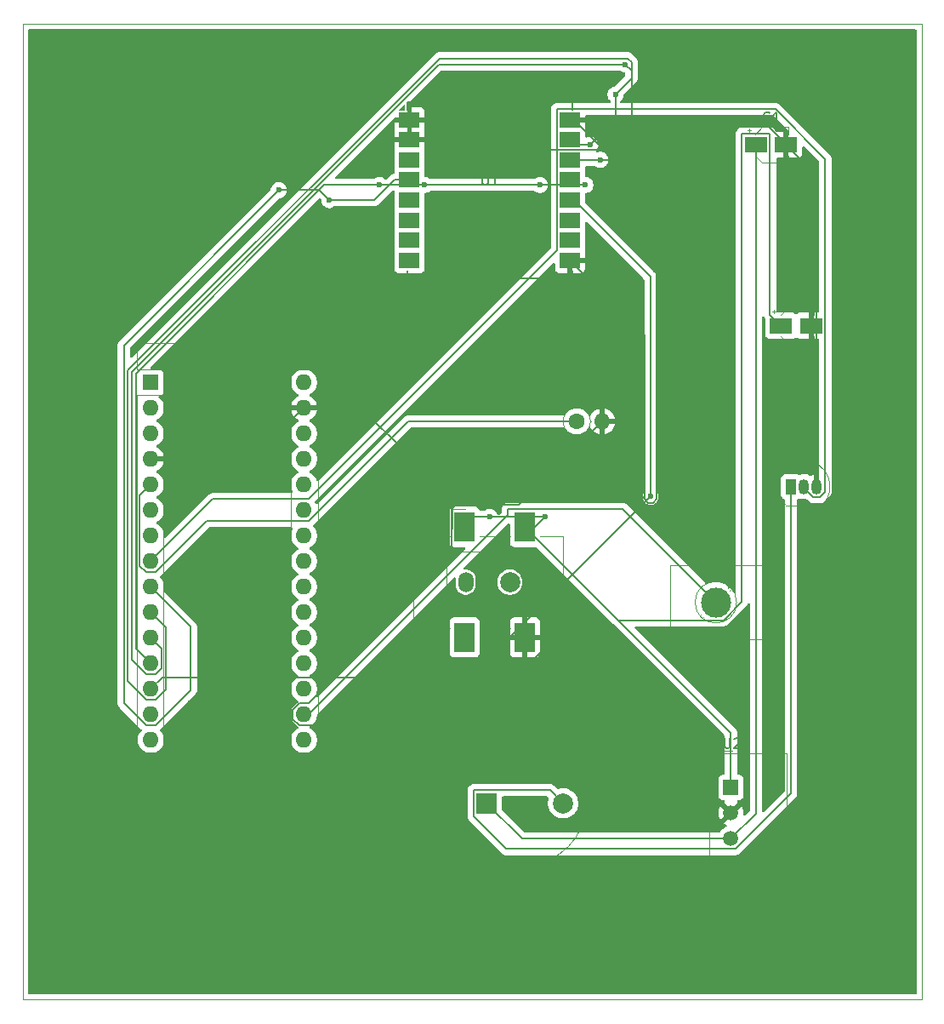
<source format=gtl>
%TF.GenerationSoftware,KiCad,Pcbnew,9.0.0*%
%TF.CreationDate,2025-04-19T12:22:50+05:30*%
%TF.ProjectId,Smart Pool Monitoring,536d6172-7420-4506-9f6f-6c204d6f6e69,rev?*%
%TF.SameCoordinates,Original*%
%TF.FileFunction,Copper,L1,Top*%
%TF.FilePolarity,Positive*%
%FSLAX46Y46*%
G04 Gerber Fmt 4.6, Leading zero omitted, Abs format (unit mm)*
G04 Created by KiCad (PCBNEW 9.0.0) date 2025-04-19 12:22:50*
%MOMM*%
%LPD*%
G01*
G04 APERTURE LIST*
%TA.AperFunction,ComponentPad*%
%ADD10R,1.500000X1.500000*%
%TD*%
%TA.AperFunction,ComponentPad*%
%ADD11C,1.500000*%
%TD*%
%TA.AperFunction,ComponentPad*%
%ADD12R,1.600000X1.600000*%
%TD*%
%TA.AperFunction,ComponentPad*%
%ADD13O,1.600000X1.600000*%
%TD*%
%TA.AperFunction,ComponentPad*%
%ADD14R,1.050000X1.500000*%
%TD*%
%TA.AperFunction,ComponentPad*%
%ADD15O,1.050000X1.500000*%
%TD*%
%TA.AperFunction,SMDPad,CuDef*%
%ADD16R,2.200000X1.600000*%
%TD*%
%TA.AperFunction,ComponentPad*%
%ADD17C,1.600000*%
%TD*%
%TA.AperFunction,SMDPad,CuDef*%
%ADD18R,2.000000X3.000000*%
%TD*%
%TA.AperFunction,ComponentPad*%
%ADD19C,3.000000*%
%TD*%
%TA.AperFunction,ComponentPad*%
%ADD20R,2.000000X2.000000*%
%TD*%
%TA.AperFunction,ComponentPad*%
%ADD21C,2.000000*%
%TD*%
%TA.AperFunction,SMDPad,CuDef*%
%ADD22R,2.000000X1.500000*%
%TD*%
%TA.AperFunction,ViaPad*%
%ADD23C,0.600000*%
%TD*%
%TA.AperFunction,Conductor*%
%ADD24C,0.200000*%
%TD*%
%ADD25R,1.500000X1.500000*%
%ADD26C,1.500000*%
%ADD27R,1.600000X1.600000*%
%ADD28O,1.600000X1.600000*%
%ADD29R,1.050000X1.500000*%
%ADD30O,1.050000X1.500000*%
%ADD31C,1.600000*%
%ADD32O,1.500000X2.000000*%
%ADD33C,2.000000*%
%ADD34C,3.000000*%
%ADD35R,2.000000X2.000000*%
%ADD36R,2.200000X1.600000*%
%ADD37R,2.000000X3.000000*%
%ADD38R,2.000000X1.500000*%
%ADD39C,0.150000*%
%ADD40C,0.120000*%
%TA.AperFunction,Profile*%
%ADD41C,0.050000*%
%TD*%
G04 APERTURE END LIST*
D10*
%TO.P,U2,1,IN*%
%TO.N,Net-(U2-IN)*%
X177000000Y-113420000D03*
D11*
%TO.P,U2,2,GND*%
%TO.N,GND*%
X177000000Y-115960000D03*
%TO.P,U2,3,OUT*%
%TO.N,Net-(BZ1-+)*%
X177000000Y-118500000D03*
%TD*%
D12*
%TO.P,A1,1,TX1*%
%TO.N,unconnected-(A1-TX1-Pad1)*%
X119260000Y-73140000D03*
D13*
%TO.P,A1,2,RX1*%
%TO.N,unconnected-(A1-RX1-Pad2)*%
X119260000Y-75680000D03*
%TO.P,A1,3,~{RESET}*%
%TO.N,unconnected-(A1-~{RESET}-Pad3)*%
X119260000Y-78220000D03*
%TO.P,A1,4,GND*%
%TO.N,GND*%
X119260000Y-80760000D03*
%TO.P,A1,5,D2*%
%TO.N,Net-(A1-D2)*%
X119260000Y-83300000D03*
%TO.P,A1,6,D3*%
%TO.N,unconnected-(A1-D3-Pad6)*%
X119260000Y-85840000D03*
%TO.P,A1,7,D4*%
%TO.N,unconnected-(A1-D4-Pad7)*%
X119260000Y-88380000D03*
%TO.P,A1,8,D5*%
%TO.N,Net-(A1-D5)*%
X119260000Y-90920000D03*
%TO.P,A1,9,D6*%
%TO.N,Net-(A1-D6)*%
X119260000Y-93460000D03*
%TO.P,A1,10,D7*%
%TO.N,Net-(A1-D7)*%
X119260000Y-96000000D03*
%TO.P,A1,11,D8*%
%TO.N,Net-(A1-D8)*%
X119260000Y-98540000D03*
%TO.P,A1,12,D9*%
%TO.N,Net-(A1-D9)*%
X119260000Y-101080000D03*
%TO.P,A1,13,D10*%
%TO.N,Net-(A1-D10)*%
X119260000Y-103620000D03*
%TO.P,A1,14,MOSI*%
%TO.N,unconnected-(A1-MOSI-Pad14)*%
X119260000Y-106160000D03*
%TO.P,A1,15,MISO*%
%TO.N,unconnected-(A1-MISO-Pad15)*%
X119260000Y-108700000D03*
%TO.P,A1,16,SCK*%
%TO.N,unconnected-(A1-SCK-Pad16)*%
X134500000Y-108700000D03*
%TO.P,A1,17,3V3*%
%TO.N,Net-(A1-3V3)*%
X134500000Y-106160000D03*
%TO.P,A1,18,AREF*%
%TO.N,unconnected-(A1-AREF-Pad18)*%
X134500000Y-103620000D03*
%TO.P,A1,19,A0*%
%TO.N,unconnected-(A1-A0-Pad19)*%
X134500000Y-101080000D03*
%TO.P,A1,20,A1*%
%TO.N,unconnected-(A1-A1-Pad20)*%
X134500000Y-98540000D03*
%TO.P,A1,21,A2*%
%TO.N,unconnected-(A1-A2-Pad21)*%
X134500000Y-96000000D03*
%TO.P,A1,22,A3*%
%TO.N,unconnected-(A1-A3-Pad22)*%
X134500000Y-93460000D03*
%TO.P,A1,23,SDA/A4*%
%TO.N,unconnected-(A1-SDA{slash}A4-Pad23)*%
X134500000Y-90920000D03*
%TO.P,A1,24,SCL/A5*%
%TO.N,unconnected-(A1-SCL{slash}A5-Pad24)*%
X134500000Y-88380000D03*
%TO.P,A1,25,A6*%
%TO.N,unconnected-(A1-A6-Pad25)*%
X134500000Y-85840000D03*
%TO.P,A1,26,A7*%
%TO.N,unconnected-(A1-A7-Pad26)*%
X134500000Y-83300000D03*
%TO.P,A1,27,+5V*%
%TO.N,unconnected-(A1-+5V-Pad27)*%
X134500000Y-80760000D03*
%TO.P,A1,28,~{RESET}*%
%TO.N,unconnected-(A1-~{RESET}-Pad28)*%
X134500000Y-78220000D03*
%TO.P,A1,29,GND*%
%TO.N,GND*%
X134500000Y-75680000D03*
%TO.P,A1,30,VIN*%
%TO.N,unconnected-(A1-VIN-Pad30)*%
X134500000Y-73140000D03*
%TD*%
D14*
%TO.P,Q1,1,C*%
%TO.N,Net-(BZ1--)*%
X183000000Y-83500000D03*
D15*
%TO.P,Q1,2,B*%
%TO.N,Net-(A1-D5)*%
X184270000Y-83500000D03*
%TO.P,Q1,3,E*%
%TO.N,GND*%
X185540000Y-83500000D03*
%TD*%
D16*
%TO.P,C2,1*%
%TO.N,Net-(U2-IN)*%
X182000000Y-67500000D03*
%TO.P,C2,2*%
%TO.N,GND*%
X185000000Y-67500000D03*
%TD*%
D17*
%TO.P,R1,1*%
%TO.N,Net-(A1-D2)*%
X161655000Y-77000000D03*
D13*
%TO.P,R1,2*%
%TO.N,GND*%
X164195000Y-77000000D03*
%TD*%
D18*
%TO.P,J1,1*%
%TO.N,Net-(U2-IN)*%
X150500000Y-87500000D03*
X156500000Y-87500000D03*
%TO.P,J1,2*%
%TO.N,GND*%
X156500000Y-98500000D03*
%TO.P,J1,3*%
%TO.N,N/C*%
X150500000Y-98500000D03*
%TD*%
D16*
%TO.P,C1,1*%
%TO.N,Net-(BZ1-+)*%
X179500000Y-49500000D03*
%TO.P,C1,2*%
%TO.N,GND*%
X182500000Y-49500000D03*
%TD*%
D19*
%TO.P,J4,1,Pin_1*%
%TO.N,Net-(A1-3V3)*%
X175500000Y-95000000D03*
%TD*%
D20*
%TO.P,BZ1,1,+*%
%TO.N,Net-(BZ1-+)*%
X152700000Y-115000000D03*
D21*
%TO.P,BZ1,2,-*%
%TO.N,Net-(BZ1--)*%
X160300000Y-115000000D03*
%TD*%
D22*
%TO.P,U1,1,GND*%
%TO.N,GND*%
X145000000Y-47000000D03*
%TO.P,U1,2,GND*%
X145000000Y-49000000D03*
%TO.P,U1,3,VDD*%
%TO.N,VCC*%
X145000000Y-51000000D03*
%TO.P,U1,4,~{RESET}*%
%TO.N,Net-(A1-D6)*%
X145000000Y-53000000D03*
%TO.P,U1,5,DIO0*%
%TO.N,unconnected-(U1-DIO0-Pad5)*%
X145000000Y-55000000D03*
%TO.P,U1,6,DIO1*%
%TO.N,unconnected-(U1-DIO1-Pad6)*%
X145000000Y-57000000D03*
%TO.P,U1,7,DIO2*%
%TO.N,unconnected-(U1-DIO2-Pad7)*%
X145000000Y-59000000D03*
%TO.P,U1,8,DIO3*%
%TO.N,unconnected-(U1-DIO3-Pad8)*%
X145000000Y-61000000D03*
%TO.P,U1,9,GND*%
%TO.N,GND*%
X161000000Y-61000000D03*
%TO.P,U1,10,DIO4*%
%TO.N,unconnected-(U1-DIO4-Pad10)*%
X161000000Y-59000000D03*
%TO.P,U1,11,DIO5*%
%TO.N,unconnected-(U1-DIO5-Pad11)*%
X161000000Y-57000000D03*
%TO.P,U1,12,SCK*%
%TO.N,Net-(A1-D10)*%
X161000000Y-55000000D03*
%TO.P,U1,13,MISO*%
%TO.N,Net-(A1-D9)*%
X161000000Y-53000000D03*
%TO.P,U1,14,MOSI*%
%TO.N,Net-(A1-D8)*%
X161000000Y-51000000D03*
%TO.P,U1,15,~{NSS}*%
%TO.N,Net-(A1-D7)*%
X161000000Y-49000000D03*
%TO.P,U1,16,GND*%
%TO.N,GND*%
X161000000Y-47000000D03*
%TD*%
D23*
%TO.N,GND*%
X148000000Y-84500000D03*
X141000000Y-76500000D03*
X144000000Y-79500000D03*
X146849943Y-79500000D03*
X155500000Y-50000000D03*
X166500000Y-50000000D03*
%TO.N,Net-(A1-D10)*%
X169000000Y-84500000D03*
%TO.N,Net-(A1-D6)*%
X137000000Y-55000000D03*
X132000000Y-54000000D03*
%TO.N,Net-(A1-D9)*%
X142000000Y-53500000D03*
X146500000Y-53500000D03*
X158000000Y-53500000D03*
X162500000Y-53500000D03*
%TO.N,Net-(A1-D7)*%
X163000000Y-49500000D03*
X165500000Y-44500000D03*
%TO.N,Net-(A1-D8)*%
X166500000Y-41500000D03*
X164000000Y-51000000D03*
%TO.N,Net-(U2-IN)*%
X158500000Y-86500000D03*
X153000000Y-86500000D03*
%TD*%
D24*
%TO.N,GND*%
X149199000Y-90816050D02*
X134956050Y-105059000D01*
X180069100Y-47000000D02*
X161000000Y-47000000D01*
X134500000Y-75680000D02*
X129420000Y-80760000D01*
X129420000Y-80760000D02*
X119260000Y-80760000D01*
X182500000Y-49500000D02*
X182500000Y-49430900D01*
X168751057Y-85101000D02*
X168399000Y-84748943D01*
X159540000Y-98500000D02*
X159500000Y-98500000D01*
X134500000Y-75680000D02*
X140180000Y-75680000D01*
X155897000Y-85298000D02*
X164195000Y-77000000D01*
X161000000Y-47000000D02*
X161352000Y-47000000D01*
X159500000Y-98500000D02*
X156500000Y-98500000D01*
X164195000Y-80544943D02*
X164195000Y-77000000D01*
X148000000Y-84500000D02*
X149199000Y-85699000D01*
X150739000Y-107261000D02*
X159500000Y-98500000D01*
X140180000Y-75680000D02*
X141000000Y-76500000D01*
X168399000Y-84748943D02*
X164195000Y-80544943D01*
X145000000Y-47000000D02*
X145000000Y-49000000D01*
X169601000Y-55249000D02*
X169601000Y-84748943D01*
X182500000Y-49500000D02*
X185540000Y-52540000D01*
X177000000Y-115960000D02*
X159540000Y-98500000D01*
X133399000Y-105703950D02*
X133399000Y-106616050D01*
X134956050Y-105059000D02*
X134043950Y-105059000D01*
X169601000Y-84748943D02*
X169248943Y-85101000D01*
X169248943Y-85101000D02*
X168751057Y-85101000D01*
X163500000Y-47000000D02*
X166500000Y-50000000D01*
X161352000Y-47000000D02*
X169601000Y-55249000D01*
X149199000Y-85699000D02*
X149199000Y-90816050D01*
X155500000Y-50000000D02*
X154500000Y-49000000D01*
X168399000Y-68399000D02*
X161000000Y-61000000D01*
X134043950Y-107261000D02*
X150739000Y-107261000D01*
X149600000Y-85298000D02*
X155897000Y-85298000D01*
X185540000Y-52540000D02*
X185540000Y-83500000D01*
X154500000Y-49000000D02*
X145000000Y-49000000D01*
X144000000Y-79500000D02*
X146849943Y-79500000D01*
X182500000Y-49430900D02*
X180069100Y-47000000D01*
X149199000Y-85699000D02*
X149600000Y-85298000D01*
X161000000Y-47000000D02*
X163500000Y-47000000D01*
X134043950Y-105059000D02*
X133399000Y-105703950D01*
X133399000Y-106616050D02*
X134043950Y-107261000D01*
X168399000Y-84748943D02*
X168399000Y-68399000D01*
%TO.N,Net-(A1-D10)*%
X161000000Y-55000000D02*
X161352000Y-55000000D01*
X161352000Y-55000000D02*
X169000000Y-62648000D01*
X169000000Y-62648000D02*
X169000000Y-84500000D01*
%TO.N,Net-(A1-D6)*%
X123239000Y-97439000D02*
X123239000Y-103738050D01*
X141500000Y-55000000D02*
X143500000Y-53000000D01*
X116555000Y-105012050D02*
X116555000Y-69445000D01*
X119716050Y-107261000D02*
X118803950Y-107261000D01*
X118803950Y-107261000D02*
X116555000Y-105012050D01*
X137000000Y-55000000D02*
X141500000Y-55000000D01*
X143500000Y-53000000D02*
X145000000Y-53000000D01*
X123239000Y-103738050D02*
X119716050Y-107261000D01*
X116555000Y-69445000D02*
X132000000Y-54000000D01*
X119260000Y-93460000D02*
X123239000Y-97439000D01*
%TO.N,Net-(A1-D2)*%
X118159000Y-84401000D02*
X119260000Y-83300000D01*
X161975000Y-77000000D02*
X161975000Y-77199999D01*
X134956050Y-86941000D02*
X124796050Y-86941000D01*
X119716050Y-92021000D02*
X118803950Y-92021000D01*
X124796050Y-86941000D02*
X119716050Y-92021000D01*
X144897050Y-77000000D02*
X161574000Y-77000000D01*
X118803950Y-92021000D02*
X118159000Y-91376050D01*
X144897050Y-77000000D02*
X134956050Y-86941000D01*
X118159000Y-91376050D02*
X118159000Y-84401000D01*
%TO.N,Net-(A1-3V3)*%
X175500000Y-95000000D02*
X166199000Y-85699000D01*
X154801000Y-86301000D02*
X135102000Y-106000000D01*
X154801000Y-85699000D02*
X154801000Y-86301000D01*
X166199000Y-85699000D02*
X154801000Y-85699000D01*
%TO.N,Net-(A1-D9)*%
X146500000Y-53500000D02*
X158000000Y-53500000D01*
X117758000Y-72242000D02*
X136500000Y-53500000D01*
X136500000Y-53500000D02*
X142000000Y-53500000D01*
X117758000Y-99578000D02*
X117758000Y-72242000D01*
X119260000Y-101080000D02*
X117758000Y-99578000D01*
X161500000Y-53500000D02*
X161000000Y-53000000D01*
X162500000Y-53500000D02*
X161500000Y-53500000D01*
%TO.N,Net-(A1-D5)*%
X134956050Y-84739000D02*
X125441000Y-84739000D01*
X181451000Y-45949000D02*
X159699000Y-45949000D01*
X125441000Y-84739000D02*
X119260000Y-90920000D01*
X185197860Y-84551000D02*
X185882140Y-84551000D01*
X159699000Y-45949000D02*
X159699000Y-59996050D01*
X184270000Y-83623140D02*
X185197860Y-84551000D01*
X186401000Y-84032140D02*
X186401000Y-50899000D01*
X185882140Y-84551000D02*
X186401000Y-84032140D01*
X186401000Y-50899000D02*
X181451000Y-45949000D01*
X159699000Y-59996050D02*
X134956050Y-84739000D01*
X184270000Y-83500000D02*
X184270000Y-83623140D01*
%TO.N,Net-(A1-D7)*%
X118803950Y-104721000D02*
X116956000Y-102873050D01*
X119716050Y-104721000D02*
X118803950Y-104721000D01*
X119260000Y-96000000D02*
X120762000Y-97502000D01*
X163000000Y-49500000D02*
X161500000Y-49500000D01*
X120762000Y-97502000D02*
X120762000Y-103675050D01*
X116956000Y-102873050D02*
X116956000Y-71909800D01*
X167101000Y-42899000D02*
X165500000Y-44500000D01*
X166748943Y-40899000D02*
X167101000Y-41251057D01*
X120762000Y-103675050D02*
X119716050Y-104721000D01*
X167101000Y-41251057D02*
X167101000Y-42899000D01*
X116956000Y-71909800D02*
X147966800Y-40899000D01*
X161500000Y-49500000D02*
X161000000Y-49000000D01*
X147966800Y-40899000D02*
X166748943Y-40899000D01*
%TO.N,Net-(A1-D8)*%
X120361000Y-99641000D02*
X120361000Y-101536050D01*
X147932900Y-41500000D02*
X166500000Y-41500000D01*
X117357000Y-72075900D02*
X147932900Y-41500000D01*
X164000000Y-51000000D02*
X161000000Y-51000000D01*
X117357000Y-100734050D02*
X117357000Y-72075900D01*
X119260000Y-98540000D02*
X120361000Y-99641000D01*
X119716050Y-102181000D02*
X118803950Y-102181000D01*
X118803950Y-102181000D02*
X117357000Y-100734050D01*
X120361000Y-101536050D02*
X119716050Y-102181000D01*
%TO.N,Net-(BZ1-+)*%
X179500000Y-49500000D02*
X179500000Y-116000000D01*
X177000000Y-118500000D02*
X156200000Y-118500000D01*
X179500000Y-116000000D02*
X177000000Y-118500000D01*
X156200000Y-118500000D02*
X152700000Y-115000000D01*
%TO.N,Net-(BZ1--)*%
X177435339Y-119551000D02*
X154649000Y-119551000D01*
X183000000Y-113986339D02*
X177435339Y-119551000D01*
X151399000Y-116301000D02*
X151399000Y-113699000D01*
X158999000Y-113699000D02*
X160300000Y-115000000D01*
X154649000Y-119551000D02*
X151399000Y-116301000D01*
X183000000Y-83500000D02*
X183000000Y-113986339D01*
X151399000Y-113699000D02*
X158999000Y-113699000D01*
%TO.N,Net-(U2-IN)*%
X157500000Y-87500000D02*
X156500000Y-87500000D01*
X152500000Y-86500000D02*
X153000000Y-86500000D01*
X180901000Y-66401000D02*
X180901000Y-48399000D01*
X165801000Y-96801000D02*
X156500000Y-87500000D01*
X178099000Y-94947999D02*
X176245999Y-96801000D01*
X150500000Y-87500000D02*
X151500000Y-86500000D01*
X176245999Y-96801000D02*
X165801000Y-96801000D01*
X178099000Y-48399000D02*
X178099000Y-94947999D01*
X177000000Y-113420000D02*
X177000000Y-108000000D01*
X177000000Y-108000000D02*
X156500000Y-87500000D01*
X180901000Y-48399000D02*
X178099000Y-48399000D01*
X151500000Y-86500000D02*
X152500000Y-86500000D01*
X182000000Y-67500000D02*
X180901000Y-66401000D01*
X158500000Y-86500000D02*
X157500000Y-87500000D01*
%TD*%
%TA.AperFunction,Conductor*%
%TO.N,GND*%
G36*
X178777553Y-95099267D02*
G01*
X178784088Y-95097832D01*
X178810980Y-95107798D01*
X178838769Y-95114890D01*
X178843328Y-95119786D01*
X178849603Y-95122112D01*
X178866837Y-95145035D01*
X178886382Y-95166025D01*
X178888106Y-95173324D01*
X178891591Y-95177958D01*
X178892671Y-95192641D01*
X178899500Y-95221534D01*
X178899500Y-115699902D01*
X178879815Y-115766941D01*
X178863181Y-115787583D01*
X178455421Y-116195343D01*
X178394098Y-116228828D01*
X178324406Y-116223844D01*
X178268473Y-116181972D01*
X178244056Y-116116508D01*
X178245267Y-116088263D01*
X178250000Y-116058381D01*
X178250000Y-115861617D01*
X178219221Y-115667294D01*
X178158418Y-115480164D01*
X178069096Y-115304858D01*
X178043678Y-115269873D01*
X178043677Y-115269873D01*
X177482962Y-115830590D01*
X177465925Y-115767007D01*
X177400099Y-115652993D01*
X177307007Y-115559901D01*
X177192993Y-115494075D01*
X177129409Y-115477037D01*
X177690125Y-114916320D01*
X177690125Y-114916319D01*
X177660530Y-114894818D01*
X177617864Y-114839489D01*
X177611883Y-114769876D01*
X177644488Y-114708080D01*
X177705326Y-114673722D01*
X177733413Y-114670499D01*
X177797872Y-114670499D01*
X177857483Y-114664091D01*
X177992331Y-114613796D01*
X178107546Y-114527546D01*
X178193796Y-114412331D01*
X178244091Y-114277483D01*
X178250500Y-114217873D01*
X178250499Y-112622128D01*
X178244091Y-112562517D01*
X178193796Y-112427669D01*
X178193795Y-112427668D01*
X178193793Y-112427664D01*
X178107547Y-112312455D01*
X178107544Y-112312452D01*
X177992335Y-112226206D01*
X177992328Y-112226202D01*
X177857482Y-112175908D01*
X177857483Y-112175908D01*
X177797883Y-112169501D01*
X177797881Y-112169500D01*
X177797873Y-112169500D01*
X177797865Y-112169500D01*
X177724500Y-112169500D01*
X177657461Y-112149815D01*
X177611706Y-112097011D01*
X177600500Y-112045500D01*
X177600500Y-108089059D01*
X177600501Y-108089046D01*
X177600501Y-107920945D01*
X177600501Y-107920943D01*
X177559577Y-107768215D01*
X177519904Y-107699500D01*
X177480520Y-107631284D01*
X177368716Y-107519480D01*
X177364385Y-107515149D01*
X177364374Y-107515139D01*
X167462416Y-97613181D01*
X167428931Y-97551858D01*
X167433915Y-97482166D01*
X167475787Y-97426233D01*
X167541251Y-97401816D01*
X167550097Y-97401500D01*
X176159330Y-97401500D01*
X176159346Y-97401501D01*
X176166942Y-97401501D01*
X176325053Y-97401501D01*
X176325056Y-97401501D01*
X176477784Y-97360577D01*
X176527903Y-97331639D01*
X176614715Y-97281520D01*
X176726519Y-97169716D01*
X176726519Y-97169714D01*
X176736727Y-97159507D01*
X176736729Y-97159504D01*
X178457506Y-95438727D01*
X178457511Y-95438723D01*
X178467714Y-95428519D01*
X178467716Y-95428519D01*
X178579520Y-95316715D01*
X178633706Y-95222861D01*
X178658577Y-95179784D01*
X178660050Y-95174285D01*
X178666544Y-95162334D01*
X178686783Y-95142009D01*
X178704776Y-95119681D01*
X178711123Y-95117567D01*
X178715846Y-95112826D01*
X178743857Y-95106671D01*
X178771069Y-95097613D01*
X178777553Y-95099267D01*
G37*
%TD.AperFunction*%
%TA.AperFunction,Conductor*%
G36*
X181217942Y-46569185D02*
G01*
X181238584Y-46585819D01*
X182713701Y-48060936D01*
X182747186Y-48122259D01*
X182745300Y-48148638D01*
X182750000Y-48148638D01*
X182750000Y-50800000D01*
X183647828Y-50800000D01*
X183647844Y-50799999D01*
X183707372Y-50793598D01*
X183707379Y-50793596D01*
X183842086Y-50743354D01*
X183842093Y-50743350D01*
X183957187Y-50657190D01*
X183957190Y-50657187D01*
X184043350Y-50542093D01*
X184043354Y-50542086D01*
X184093596Y-50407379D01*
X184093598Y-50407372D01*
X184099999Y-50347844D01*
X184100000Y-50347827D01*
X184100000Y-49746597D01*
X184119685Y-49679558D01*
X184172489Y-49633803D01*
X184241647Y-49623859D01*
X184305203Y-49652884D01*
X184311681Y-49658916D01*
X185764181Y-51111416D01*
X185797666Y-51172739D01*
X185800500Y-51199097D01*
X185800500Y-66076000D01*
X185780815Y-66143039D01*
X185728011Y-66188794D01*
X185676500Y-66200000D01*
X185250000Y-66200000D01*
X185250000Y-68800000D01*
X185676500Y-68800000D01*
X185743539Y-68819685D01*
X185789294Y-68872489D01*
X185800500Y-68924000D01*
X185800500Y-82212380D01*
X185790000Y-82248138D01*
X185790000Y-83219670D01*
X185770255Y-83199925D01*
X185684745Y-83150556D01*
X185589370Y-83125000D01*
X185490630Y-83125000D01*
X185395255Y-83150556D01*
X185309745Y-83199925D01*
X185295500Y-83214170D01*
X185295500Y-83173996D01*
X185295499Y-83173995D01*
X185292383Y-83158326D01*
X185290000Y-83134134D01*
X185290000Y-82279646D01*
X185289999Y-82279645D01*
X185241022Y-82289388D01*
X185241015Y-82289390D01*
X185054481Y-82366654D01*
X185054479Y-82366655D01*
X184974337Y-82420204D01*
X184907660Y-82441081D01*
X184840280Y-82422596D01*
X184836558Y-82420204D01*
X184755754Y-82366212D01*
X184569127Y-82288909D01*
X184569119Y-82288907D01*
X184371007Y-82249500D01*
X184371003Y-82249500D01*
X184168997Y-82249500D01*
X184168992Y-82249500D01*
X183970880Y-82288907D01*
X183970868Y-82288910D01*
X183890198Y-82322325D01*
X183820729Y-82329794D01*
X183775342Y-82310036D01*
X183775114Y-82310454D01*
X183770447Y-82307905D01*
X183768432Y-82307028D01*
X183767331Y-82306204D01*
X183767330Y-82306203D01*
X183767328Y-82306202D01*
X183632482Y-82255908D01*
X183632483Y-82255908D01*
X183572883Y-82249501D01*
X183572881Y-82249500D01*
X183572873Y-82249500D01*
X183572864Y-82249500D01*
X182427129Y-82249500D01*
X182427123Y-82249501D01*
X182367516Y-82255908D01*
X182232671Y-82306202D01*
X182232664Y-82306206D01*
X182117455Y-82392452D01*
X182117452Y-82392455D01*
X182031206Y-82507664D01*
X182031202Y-82507671D01*
X181980908Y-82642517D01*
X181974501Y-82702116D01*
X181974500Y-82702135D01*
X181974500Y-84297870D01*
X181974501Y-84297876D01*
X181980908Y-84357483D01*
X182031202Y-84492328D01*
X182031206Y-84492335D01*
X182117452Y-84607544D01*
X182117455Y-84607547D01*
X182232664Y-84693793D01*
X182232671Y-84693797D01*
X182318833Y-84725933D01*
X182374766Y-84767804D01*
X182399184Y-84833268D01*
X182399500Y-84842115D01*
X182399500Y-113686242D01*
X182379815Y-113753281D01*
X182363181Y-113773923D01*
X180312181Y-115824923D01*
X180250858Y-115858408D01*
X180181166Y-115853424D01*
X180125233Y-115811552D01*
X180100816Y-115746088D01*
X180100500Y-115737242D01*
X180100500Y-66674535D01*
X180102107Y-66669062D01*
X180100995Y-66663468D01*
X180111842Y-66635907D01*
X180120185Y-66607496D01*
X180124494Y-66603761D01*
X180126584Y-66598453D01*
X180150613Y-66581129D01*
X180172989Y-66561741D01*
X180178632Y-66560929D01*
X180183261Y-66557593D01*
X180212836Y-66556011D01*
X180242147Y-66551797D01*
X180247335Y-66554166D01*
X180253031Y-66553862D01*
X180278761Y-66568518D01*
X180305703Y-66580822D01*
X180310084Y-66586359D01*
X180313743Y-66588444D01*
X180323436Y-66603237D01*
X180334383Y-66617074D01*
X180340187Y-66628173D01*
X180341423Y-66632785D01*
X180352591Y-66652128D01*
X180353895Y-66654386D01*
X180382887Y-66704602D01*
X180399500Y-66766602D01*
X180399500Y-68347870D01*
X180399501Y-68347876D01*
X180405908Y-68407483D01*
X180456202Y-68542328D01*
X180456206Y-68542335D01*
X180542452Y-68657544D01*
X180542455Y-68657547D01*
X180657664Y-68743793D01*
X180657671Y-68743797D01*
X180792517Y-68794091D01*
X180792516Y-68794091D01*
X180799444Y-68794835D01*
X180852127Y-68800500D01*
X183147872Y-68800499D01*
X183207483Y-68794091D01*
X183342331Y-68743796D01*
X183426105Y-68681082D01*
X183491569Y-68656665D01*
X183559842Y-68671516D01*
X183574727Y-68681082D01*
X183657910Y-68743352D01*
X183657913Y-68743354D01*
X183792620Y-68793596D01*
X183792627Y-68793598D01*
X183852155Y-68799999D01*
X183852172Y-68800000D01*
X184750000Y-68800000D01*
X184750000Y-66200000D01*
X183852155Y-66200000D01*
X183792627Y-66206401D01*
X183792620Y-66206403D01*
X183657913Y-66256645D01*
X183657910Y-66256647D01*
X183574727Y-66318918D01*
X183509262Y-66343335D01*
X183440989Y-66328483D01*
X183426106Y-66318918D01*
X183342331Y-66256204D01*
X183342328Y-66256202D01*
X183207482Y-66205908D01*
X183207483Y-66205908D01*
X183147883Y-66199501D01*
X183147881Y-66199500D01*
X183147873Y-66199500D01*
X183147865Y-66199500D01*
X181625500Y-66199500D01*
X181558461Y-66179815D01*
X181512706Y-66127011D01*
X181501500Y-66075500D01*
X181501500Y-50924000D01*
X181521185Y-50856961D01*
X181573989Y-50811206D01*
X181625500Y-50800000D01*
X182250000Y-50800000D01*
X182250000Y-48200000D01*
X181551096Y-48200000D01*
X181484057Y-48180315D01*
X181443709Y-48138000D01*
X181381520Y-48030284D01*
X181269716Y-47918480D01*
X181269714Y-47918479D01*
X181269709Y-47918475D01*
X181132790Y-47839426D01*
X181132786Y-47839424D01*
X181132784Y-47839423D01*
X180980057Y-47798500D01*
X178178057Y-47798500D01*
X178019943Y-47798500D01*
X177867216Y-47839423D01*
X177867209Y-47839426D01*
X177730290Y-47918475D01*
X177730282Y-47918481D01*
X177618481Y-48030282D01*
X177618475Y-48030290D01*
X177539426Y-48167209D01*
X177539423Y-48167216D01*
X177498500Y-48319943D01*
X177498500Y-93997730D01*
X177478815Y-94064769D01*
X177426011Y-94110524D01*
X177356853Y-94120468D01*
X177293297Y-94091443D01*
X177267113Y-94059730D01*
X177166924Y-93886196D01*
X177007281Y-93678148D01*
X177007274Y-93678140D01*
X176821860Y-93492726D01*
X176821851Y-93492718D01*
X176613803Y-93333075D01*
X176386700Y-93201958D01*
X176386690Y-93201953D01*
X176144428Y-93101605D01*
X176144421Y-93101603D01*
X176144419Y-93101602D01*
X175891116Y-93033730D01*
X175833339Y-93026123D01*
X175631127Y-92999500D01*
X175631120Y-92999500D01*
X175368880Y-92999500D01*
X175368872Y-92999500D01*
X175137772Y-93029926D01*
X175108884Y-93033730D01*
X174867468Y-93098417D01*
X174855581Y-93101602D01*
X174855565Y-93101607D01*
X174645929Y-93188441D01*
X174576460Y-93195910D01*
X174513981Y-93164635D01*
X174510796Y-93161561D01*
X166686590Y-85337355D01*
X166686588Y-85337352D01*
X166567717Y-85218481D01*
X166567716Y-85218480D01*
X166451704Y-85151501D01*
X166430785Y-85139423D01*
X166278057Y-85098499D01*
X166119943Y-85098499D01*
X166112347Y-85098499D01*
X166112331Y-85098500D01*
X154721943Y-85098500D01*
X154569216Y-85139423D01*
X154569209Y-85139426D01*
X154432290Y-85218475D01*
X154432282Y-85218481D01*
X154320481Y-85330282D01*
X154320475Y-85330290D01*
X154241426Y-85467209D01*
X154241423Y-85467216D01*
X154200500Y-85619943D01*
X154200500Y-86000903D01*
X154180815Y-86067942D01*
X154164181Y-86088584D01*
X153964379Y-86288385D01*
X153903056Y-86321870D01*
X153833364Y-86316886D01*
X153777431Y-86275014D01*
X153762141Y-86248165D01*
X153709394Y-86120821D01*
X153709392Y-86120818D01*
X153709390Y-86120814D01*
X153621789Y-85989711D01*
X153621786Y-85989707D01*
X153510292Y-85878213D01*
X153510288Y-85878210D01*
X153379185Y-85790609D01*
X153379172Y-85790602D01*
X153233501Y-85730264D01*
X153233489Y-85730261D01*
X153078845Y-85699500D01*
X153078842Y-85699500D01*
X152921158Y-85699500D01*
X152921155Y-85699500D01*
X152766510Y-85730261D01*
X152766498Y-85730264D01*
X152620827Y-85790602D01*
X152620814Y-85790609D01*
X152489125Y-85878602D01*
X152422447Y-85899480D01*
X152420234Y-85899500D01*
X152082791Y-85899500D01*
X152015752Y-85879815D01*
X151969997Y-85827011D01*
X151966609Y-85818833D01*
X151943797Y-85757671D01*
X151943793Y-85757664D01*
X151857547Y-85642455D01*
X151857544Y-85642452D01*
X151742335Y-85556206D01*
X151742328Y-85556202D01*
X151607482Y-85505908D01*
X151607483Y-85505908D01*
X151547883Y-85499501D01*
X151547881Y-85499500D01*
X151547873Y-85499500D01*
X151547864Y-85499500D01*
X149452129Y-85499500D01*
X149452123Y-85499501D01*
X149392516Y-85505908D01*
X149257671Y-85556202D01*
X149257664Y-85556206D01*
X149142455Y-85642452D01*
X149142452Y-85642455D01*
X149056206Y-85757664D01*
X149056202Y-85757671D01*
X149005908Y-85892517D01*
X148999501Y-85952116D01*
X148999500Y-85952135D01*
X148999500Y-89047870D01*
X148999501Y-89047876D01*
X149005908Y-89107483D01*
X149056202Y-89242328D01*
X149056206Y-89242335D01*
X149142452Y-89357544D01*
X149142455Y-89357547D01*
X149257664Y-89443793D01*
X149257671Y-89443797D01*
X149392517Y-89494091D01*
X149392516Y-89494091D01*
X149399444Y-89494835D01*
X149452127Y-89500500D01*
X150452902Y-89500499D01*
X150519941Y-89520183D01*
X150565696Y-89572987D01*
X150575640Y-89642146D01*
X150546615Y-89705702D01*
X150540583Y-89712180D01*
X135813854Y-104438909D01*
X135752531Y-104472394D01*
X135682839Y-104467410D01*
X135626906Y-104425538D01*
X135602489Y-104360074D01*
X135615688Y-104294934D01*
X135705220Y-104119219D01*
X135768477Y-103924534D01*
X135800500Y-103722352D01*
X135800500Y-103517648D01*
X135768477Y-103315466D01*
X135705220Y-103120781D01*
X135705218Y-103120778D01*
X135705218Y-103120776D01*
X135662788Y-103037504D01*
X135612287Y-102938390D01*
X135604556Y-102927749D01*
X135491971Y-102772786D01*
X135347213Y-102628028D01*
X135181614Y-102507715D01*
X135175006Y-102504348D01*
X135088917Y-102460483D01*
X135038123Y-102412511D01*
X135021328Y-102344690D01*
X135043865Y-102278555D01*
X135088917Y-102239516D01*
X135181610Y-102192287D01*
X135202770Y-102176913D01*
X135347213Y-102071971D01*
X135347215Y-102071968D01*
X135347219Y-102071966D01*
X135491966Y-101927219D01*
X135491968Y-101927215D01*
X135491971Y-101927213D01*
X135544732Y-101854590D01*
X135612287Y-101761610D01*
X135705220Y-101579219D01*
X135768477Y-101384534D01*
X135800500Y-101182352D01*
X135800500Y-100977648D01*
X135768477Y-100775466D01*
X135705220Y-100580781D01*
X135705218Y-100580778D01*
X135705218Y-100580776D01*
X135660797Y-100493596D01*
X135612287Y-100398390D01*
X135582613Y-100357547D01*
X135491971Y-100232786D01*
X135347213Y-100088028D01*
X135181614Y-99967715D01*
X135175006Y-99964348D01*
X135088917Y-99920483D01*
X135038123Y-99872511D01*
X135021328Y-99804690D01*
X135043865Y-99738555D01*
X135088917Y-99699516D01*
X135181610Y-99652287D01*
X135202770Y-99636913D01*
X135347213Y-99531971D01*
X135347215Y-99531968D01*
X135347219Y-99531966D01*
X135491966Y-99387219D01*
X135491968Y-99387215D01*
X135491971Y-99387213D01*
X135544732Y-99314590D01*
X135612287Y-99221610D01*
X135705220Y-99039219D01*
X135768477Y-98844534D01*
X135800500Y-98642352D01*
X135800500Y-98437648D01*
X135768477Y-98235466D01*
X135705220Y-98040781D01*
X135705218Y-98040778D01*
X135705218Y-98040776D01*
X135671503Y-97974607D01*
X135612287Y-97858390D01*
X135604556Y-97847749D01*
X135491971Y-97692786D01*
X135347213Y-97548028D01*
X135181614Y-97427715D01*
X135130164Y-97401500D01*
X135088917Y-97380483D01*
X135038123Y-97332511D01*
X135021328Y-97264690D01*
X135043865Y-97198555D01*
X135088917Y-97159516D01*
X135181610Y-97112287D01*
X135202770Y-97096913D01*
X135347213Y-96991971D01*
X135347215Y-96991968D01*
X135347219Y-96991966D01*
X135491966Y-96847219D01*
X135491968Y-96847215D01*
X135491971Y-96847213D01*
X135557031Y-96757664D01*
X135612287Y-96681610D01*
X135705220Y-96499219D01*
X135768477Y-96304534D01*
X135800500Y-96102352D01*
X135800500Y-95897648D01*
X135788426Y-95821416D01*
X135768477Y-95695465D01*
X135705218Y-95500776D01*
X135668401Y-95428519D01*
X135612287Y-95318390D01*
X135604556Y-95307749D01*
X135491971Y-95152786D01*
X135347213Y-95008028D01*
X135181614Y-94887715D01*
X135144648Y-94868880D01*
X135088917Y-94840483D01*
X135038123Y-94792511D01*
X135021328Y-94724690D01*
X135043865Y-94658555D01*
X135088917Y-94619516D01*
X135181610Y-94572287D01*
X135202770Y-94556913D01*
X135347213Y-94451971D01*
X135347215Y-94451968D01*
X135347219Y-94451966D01*
X135491966Y-94307219D01*
X135491968Y-94307215D01*
X135491971Y-94307213D01*
X135561110Y-94212049D01*
X135612287Y-94141610D01*
X135705220Y-93959219D01*
X135768477Y-93764534D01*
X135800500Y-93562352D01*
X135800500Y-93357648D01*
X135769929Y-93164635D01*
X135768477Y-93155465D01*
X135739127Y-93065137D01*
X135705220Y-92960781D01*
X135705218Y-92960778D01*
X135705218Y-92960776D01*
X135671503Y-92894607D01*
X135612287Y-92778390D01*
X135604556Y-92767749D01*
X135491971Y-92612786D01*
X135347213Y-92468028D01*
X135181614Y-92347715D01*
X135175006Y-92344348D01*
X135088917Y-92300483D01*
X135038123Y-92252511D01*
X135021328Y-92184690D01*
X135043865Y-92118555D01*
X135088917Y-92079516D01*
X135181610Y-92032287D01*
X135308182Y-91940328D01*
X135347213Y-91911971D01*
X135347215Y-91911968D01*
X135347219Y-91911966D01*
X135491966Y-91767219D01*
X135491968Y-91767215D01*
X135491971Y-91767213D01*
X135557505Y-91677011D01*
X135612287Y-91601610D01*
X135705220Y-91419219D01*
X135768477Y-91224534D01*
X135800500Y-91022352D01*
X135800500Y-90817648D01*
X135768477Y-90615466D01*
X135705220Y-90420781D01*
X135705218Y-90420778D01*
X135705218Y-90420776D01*
X135671503Y-90354607D01*
X135612287Y-90238390D01*
X135604556Y-90227749D01*
X135491971Y-90072786D01*
X135347213Y-89928028D01*
X135181614Y-89807715D01*
X135175006Y-89804348D01*
X135088917Y-89760483D01*
X135038123Y-89712511D01*
X135021328Y-89644690D01*
X135043865Y-89578555D01*
X135088917Y-89539516D01*
X135181610Y-89492287D01*
X135202770Y-89476913D01*
X135347213Y-89371971D01*
X135347215Y-89371968D01*
X135347219Y-89371966D01*
X135491966Y-89227219D01*
X135491968Y-89227215D01*
X135491971Y-89227213D01*
X135544732Y-89154590D01*
X135612287Y-89061610D01*
X135705220Y-88879219D01*
X135768477Y-88684534D01*
X135800500Y-88482352D01*
X135800500Y-88277648D01*
X135781970Y-88160655D01*
X135768477Y-88075465D01*
X135705218Y-87880776D01*
X135624212Y-87721795D01*
X135612287Y-87698390D01*
X135550967Y-87613989D01*
X135491971Y-87532786D01*
X135440416Y-87481231D01*
X135436082Y-87473294D01*
X135428842Y-87467876D01*
X135419599Y-87443108D01*
X135406931Y-87419908D01*
X135407576Y-87410888D01*
X135404414Y-87402415D01*
X135410029Y-87376581D01*
X135411915Y-87350216D01*
X135417726Y-87341171D01*
X135419255Y-87334140D01*
X135440359Y-87305949D01*
X135440402Y-87305883D01*
X135443583Y-87302700D01*
X135446772Y-87299511D01*
X135446775Y-87299510D01*
X135446778Y-87299505D01*
X145109466Y-77636819D01*
X145170789Y-77603334D01*
X145197147Y-77600500D01*
X160425398Y-77600500D01*
X160492437Y-77620185D01*
X160535883Y-77668205D01*
X160542715Y-77681614D01*
X160663028Y-77847213D01*
X160807786Y-77991971D01*
X160962749Y-78104556D01*
X160973390Y-78112287D01*
X161089607Y-78171503D01*
X161155776Y-78205218D01*
X161155778Y-78205218D01*
X161155781Y-78205220D01*
X161260137Y-78239127D01*
X161350465Y-78268477D01*
X161451557Y-78284488D01*
X161552648Y-78300500D01*
X161552649Y-78300500D01*
X161757351Y-78300500D01*
X161757352Y-78300500D01*
X161959534Y-78268477D01*
X162154219Y-78205220D01*
X162336610Y-78112287D01*
X162429590Y-78044732D01*
X162502213Y-77991971D01*
X162502215Y-77991968D01*
X162502219Y-77991966D01*
X162646966Y-77847219D01*
X162646968Y-77847215D01*
X162646971Y-77847213D01*
X162767284Y-77681614D01*
X162767283Y-77681614D01*
X162767287Y-77681610D01*
X162814795Y-77588369D01*
X162862770Y-77537574D01*
X162930591Y-77520779D01*
X162996725Y-77543316D01*
X163035765Y-77588370D01*
X163083140Y-77681349D01*
X163203417Y-77846894D01*
X163203417Y-77846895D01*
X163348104Y-77991582D01*
X163513650Y-78111859D01*
X163695968Y-78204754D01*
X163890578Y-78267988D01*
X163945000Y-78276607D01*
X163945000Y-77315686D01*
X163949394Y-77320080D01*
X164040606Y-77372741D01*
X164142339Y-77400000D01*
X164247661Y-77400000D01*
X164349394Y-77372741D01*
X164440606Y-77320080D01*
X164445000Y-77315686D01*
X164445000Y-78276606D01*
X164499421Y-78267988D01*
X164694031Y-78204754D01*
X164876349Y-78111859D01*
X165041894Y-77991582D01*
X165041895Y-77991582D01*
X165186582Y-77846895D01*
X165186582Y-77846894D01*
X165306859Y-77681349D01*
X165399755Y-77499029D01*
X165462990Y-77304413D01*
X165471609Y-77250000D01*
X164510686Y-77250000D01*
X164515080Y-77245606D01*
X164567741Y-77154394D01*
X164595000Y-77052661D01*
X164595000Y-76947339D01*
X164567741Y-76845606D01*
X164515080Y-76754394D01*
X164510686Y-76750000D01*
X165471609Y-76750000D01*
X165462990Y-76695586D01*
X165399755Y-76500970D01*
X165306859Y-76318650D01*
X165186582Y-76153105D01*
X165186582Y-76153104D01*
X165041895Y-76008417D01*
X164876349Y-75888140D01*
X164694029Y-75795244D01*
X164499413Y-75732009D01*
X164445000Y-75723390D01*
X164445000Y-76684314D01*
X164440606Y-76679920D01*
X164349394Y-76627259D01*
X164247661Y-76600000D01*
X164142339Y-76600000D01*
X164040606Y-76627259D01*
X163949394Y-76679920D01*
X163945000Y-76684314D01*
X163945000Y-75723390D01*
X163890586Y-75732009D01*
X163695970Y-75795244D01*
X163513650Y-75888140D01*
X163348105Y-76008417D01*
X163348104Y-76008417D01*
X163203417Y-76153104D01*
X163203417Y-76153105D01*
X163083140Y-76318650D01*
X163035765Y-76411629D01*
X162987790Y-76462425D01*
X162919969Y-76479220D01*
X162853834Y-76456682D01*
X162814795Y-76411629D01*
X162789310Y-76361613D01*
X162767287Y-76318390D01*
X162759556Y-76307749D01*
X162646971Y-76152786D01*
X162502213Y-76008028D01*
X162336613Y-75887715D01*
X162336612Y-75887714D01*
X162336610Y-75887713D01*
X162279653Y-75858691D01*
X162154223Y-75794781D01*
X161959534Y-75731522D01*
X161784995Y-75703878D01*
X161757352Y-75699500D01*
X161552648Y-75699500D01*
X161528329Y-75703351D01*
X161350465Y-75731522D01*
X161155776Y-75794781D01*
X160973386Y-75887715D01*
X160807786Y-76008028D01*
X160663028Y-76152786D01*
X160542715Y-76318385D01*
X160535883Y-76331795D01*
X160487909Y-76382591D01*
X160425398Y-76399500D01*
X144983719Y-76399500D01*
X144983703Y-76399499D01*
X144976107Y-76399499D01*
X144817993Y-76399499D01*
X144710637Y-76428265D01*
X144665260Y-76440424D01*
X144665259Y-76440425D01*
X144615146Y-76469359D01*
X144615145Y-76469360D01*
X144598067Y-76479220D01*
X144528335Y-76519479D01*
X144528332Y-76519481D01*
X144416528Y-76631286D01*
X135826514Y-85221299D01*
X135806728Y-85232102D01*
X135789590Y-85246754D01*
X135776651Y-85248526D01*
X135765191Y-85254784D01*
X135742702Y-85253175D01*
X135720366Y-85256235D01*
X135708525Y-85250731D01*
X135695499Y-85249800D01*
X135677449Y-85236287D01*
X135657006Y-85226786D01*
X135646222Y-85212911D01*
X135639566Y-85207928D01*
X135634072Y-85199959D01*
X135630978Y-85195073D01*
X135612287Y-85158390D01*
X135576936Y-85109733D01*
X135574825Y-85106400D01*
X135566254Y-85076471D01*
X135555788Y-85047140D01*
X135556713Y-85043158D01*
X135555589Y-85039230D01*
X135564558Y-85009421D01*
X135571612Y-84979086D01*
X135575046Y-84974565D01*
X135575721Y-84972324D01*
X135578656Y-84969814D01*
X135591901Y-84952382D01*
X159288319Y-61255965D01*
X159349642Y-61222480D01*
X159419334Y-61227464D01*
X159475267Y-61269336D01*
X159499684Y-61334800D01*
X159500000Y-61343646D01*
X159500000Y-61797844D01*
X159506401Y-61857372D01*
X159506403Y-61857379D01*
X159556645Y-61992086D01*
X159556649Y-61992093D01*
X159642809Y-62107187D01*
X159642812Y-62107190D01*
X159757906Y-62193350D01*
X159757913Y-62193354D01*
X159892620Y-62243596D01*
X159892627Y-62243598D01*
X159952155Y-62249999D01*
X159952172Y-62250000D01*
X160750000Y-62250000D01*
X161250000Y-62250000D01*
X162047828Y-62250000D01*
X162047844Y-62249999D01*
X162107372Y-62243598D01*
X162107379Y-62243596D01*
X162242086Y-62193354D01*
X162242093Y-62193350D01*
X162357187Y-62107190D01*
X162357190Y-62107187D01*
X162443350Y-61992093D01*
X162443354Y-61992086D01*
X162493596Y-61857379D01*
X162493598Y-61857372D01*
X162499999Y-61797844D01*
X162500000Y-61797827D01*
X162500000Y-61250000D01*
X161250000Y-61250000D01*
X161250000Y-62250000D01*
X160750000Y-62250000D01*
X160750000Y-61124000D01*
X160769685Y-61056961D01*
X160822489Y-61011206D01*
X160874000Y-61000000D01*
X161000000Y-61000000D01*
X161000000Y-60874000D01*
X161019685Y-60806961D01*
X161072489Y-60761206D01*
X161124000Y-60750000D01*
X162500000Y-60750000D01*
X162500000Y-60202172D01*
X162499999Y-60202155D01*
X162493598Y-60142627D01*
X162493596Y-60142620D01*
X162456831Y-60044047D01*
X162451847Y-59974356D01*
X162456827Y-59957390D01*
X162494091Y-59857483D01*
X162500500Y-59797873D01*
X162500499Y-58202128D01*
X162494091Y-58142517D01*
X162457096Y-58043330D01*
X162452113Y-57973642D01*
X162457092Y-57956680D01*
X162494091Y-57857483D01*
X162500500Y-57797873D01*
X162500499Y-57297094D01*
X162520183Y-57230057D01*
X162572987Y-57184302D01*
X162642146Y-57174358D01*
X162705702Y-57203383D01*
X162712180Y-57209415D01*
X168363181Y-62860416D01*
X168396666Y-62921739D01*
X168399500Y-62948097D01*
X168399500Y-83920234D01*
X168379815Y-83987273D01*
X168378602Y-83989125D01*
X168290609Y-84120814D01*
X168290602Y-84120827D01*
X168230264Y-84266498D01*
X168230261Y-84266510D01*
X168199500Y-84421153D01*
X168199500Y-84578846D01*
X168230261Y-84733489D01*
X168230264Y-84733501D01*
X168290602Y-84879172D01*
X168290609Y-84879185D01*
X168378210Y-85010288D01*
X168378213Y-85010292D01*
X168489707Y-85121786D01*
X168489711Y-85121789D01*
X168620814Y-85209390D01*
X168620827Y-85209397D01*
X168718370Y-85249800D01*
X168766503Y-85269737D01*
X168921153Y-85300499D01*
X168921156Y-85300500D01*
X168921158Y-85300500D01*
X169078844Y-85300500D01*
X169078845Y-85300499D01*
X169233497Y-85269737D01*
X169379179Y-85209394D01*
X169510289Y-85121789D01*
X169621789Y-85010289D01*
X169709394Y-84879179D01*
X169769737Y-84733497D01*
X169800500Y-84578842D01*
X169800500Y-84421158D01*
X169800500Y-84421155D01*
X169800499Y-84421153D01*
X169787834Y-84357483D01*
X169769737Y-84266503D01*
X169745653Y-84208359D01*
X169709397Y-84120827D01*
X169709390Y-84120814D01*
X169621398Y-83989125D01*
X169600520Y-83922447D01*
X169600500Y-83920234D01*
X169600500Y-62568945D01*
X169600500Y-62568943D01*
X169559577Y-62416216D01*
X169559573Y-62416209D01*
X169480524Y-62279290D01*
X169480521Y-62279286D01*
X169480520Y-62279284D01*
X169368716Y-62167480D01*
X169368715Y-62167479D01*
X169364385Y-62163149D01*
X169364374Y-62163139D01*
X162536818Y-55335583D01*
X162503333Y-55274260D01*
X162500499Y-55247902D01*
X162500499Y-54417847D01*
X162520184Y-54350808D01*
X162572988Y-54305053D01*
X162600307Y-54296230D01*
X162733497Y-54269737D01*
X162879179Y-54209394D01*
X163010289Y-54121789D01*
X163121789Y-54010289D01*
X163209394Y-53879179D01*
X163269737Y-53733497D01*
X163300500Y-53578842D01*
X163300500Y-53421158D01*
X163300500Y-53421155D01*
X163300499Y-53421153D01*
X163274531Y-53290606D01*
X163269737Y-53266503D01*
X163269735Y-53266498D01*
X163209397Y-53120827D01*
X163209390Y-53120814D01*
X163121789Y-52989711D01*
X163121786Y-52989707D01*
X163010292Y-52878213D01*
X163010288Y-52878210D01*
X162879185Y-52790609D01*
X162879172Y-52790602D01*
X162733501Y-52730264D01*
X162733491Y-52730261D01*
X162600307Y-52703769D01*
X162538396Y-52671384D01*
X162503822Y-52610668D01*
X162500499Y-52582152D01*
X162500499Y-52202129D01*
X162500498Y-52202123D01*
X162500497Y-52202116D01*
X162494091Y-52142517D01*
X162457096Y-52043330D01*
X162452113Y-51973642D01*
X162457092Y-51956680D01*
X162494091Y-51857483D01*
X162500500Y-51797873D01*
X162500500Y-51724500D01*
X162520185Y-51657461D01*
X162572989Y-51611706D01*
X162624500Y-51600500D01*
X163420234Y-51600500D01*
X163487273Y-51620185D01*
X163489125Y-51621398D01*
X163620814Y-51709390D01*
X163620827Y-51709397D01*
X163766498Y-51769735D01*
X163766503Y-51769737D01*
X163908002Y-51797883D01*
X163921153Y-51800499D01*
X163921156Y-51800500D01*
X163921158Y-51800500D01*
X164078844Y-51800500D01*
X164078845Y-51800499D01*
X164233497Y-51769737D01*
X164379179Y-51709394D01*
X164510289Y-51621789D01*
X164621789Y-51510289D01*
X164709394Y-51379179D01*
X164769737Y-51233497D01*
X164800500Y-51078842D01*
X164800500Y-50921158D01*
X164800500Y-50921155D01*
X164800499Y-50921153D01*
X164776400Y-50799999D01*
X164769737Y-50766503D01*
X164769735Y-50766498D01*
X164709397Y-50620827D01*
X164709390Y-50620814D01*
X164621789Y-50489711D01*
X164621786Y-50489707D01*
X164510292Y-50378213D01*
X164510288Y-50378210D01*
X164379185Y-50290609D01*
X164379172Y-50290602D01*
X164233501Y-50230264D01*
X164233489Y-50230261D01*
X164078845Y-50199500D01*
X164078842Y-50199500D01*
X163921158Y-50199500D01*
X163921155Y-50199500D01*
X163766510Y-50230261D01*
X163766502Y-50230263D01*
X163719878Y-50249575D01*
X163650408Y-50257042D01*
X163587930Y-50225766D01*
X163552278Y-50165677D01*
X163554773Y-50095852D01*
X163584747Y-50047331D01*
X163621786Y-50010292D01*
X163621789Y-50010289D01*
X163709394Y-49879179D01*
X163769737Y-49733497D01*
X163800500Y-49578842D01*
X163800500Y-49421158D01*
X163800500Y-49421155D01*
X163800499Y-49421153D01*
X163769738Y-49266510D01*
X163769737Y-49266503D01*
X163762901Y-49250000D01*
X163709397Y-49120827D01*
X163709390Y-49120814D01*
X163621789Y-48989711D01*
X163621786Y-48989707D01*
X163510292Y-48878213D01*
X163510288Y-48878210D01*
X163379185Y-48790609D01*
X163379172Y-48790602D01*
X163233501Y-48730264D01*
X163233489Y-48730261D01*
X163078845Y-48699500D01*
X163078842Y-48699500D01*
X162921158Y-48699500D01*
X162921155Y-48699500D01*
X162766510Y-48730261D01*
X162766498Y-48730264D01*
X162671951Y-48769427D01*
X162602482Y-48776896D01*
X162540003Y-48745621D01*
X162504351Y-48685531D01*
X162500499Y-48654866D01*
X162500499Y-48202129D01*
X162500498Y-48202123D01*
X162494091Y-48142516D01*
X162456831Y-48042618D01*
X162451847Y-47972927D01*
X162456831Y-47955951D01*
X162493597Y-47857376D01*
X162493598Y-47857372D01*
X162499999Y-47797844D01*
X162500000Y-47797827D01*
X162500000Y-47250000D01*
X161124000Y-47250000D01*
X161056961Y-47230315D01*
X161011206Y-47177511D01*
X161000000Y-47126000D01*
X161000000Y-46874000D01*
X161019685Y-46806961D01*
X161072489Y-46761206D01*
X161124000Y-46750000D01*
X162500000Y-46750000D01*
X162500000Y-46673500D01*
X162519685Y-46606461D01*
X162572489Y-46560706D01*
X162624000Y-46549500D01*
X181150903Y-46549500D01*
X181217942Y-46569185D01*
G37*
%TD.AperFunction*%
%TA.AperFunction,Conductor*%
G36*
X165938377Y-42105827D02*
G01*
X165957287Y-42106165D01*
X165985504Y-42119665D01*
X165987273Y-42120185D01*
X165989125Y-42121398D01*
X166120814Y-42209390D01*
X166120827Y-42209397D01*
X166266498Y-42269735D01*
X166266503Y-42269737D01*
X166360645Y-42288463D01*
X166400691Y-42296429D01*
X166428814Y-42311139D01*
X166457703Y-42324333D01*
X166459560Y-42327222D01*
X166462602Y-42328814D01*
X166478308Y-42356396D01*
X166495477Y-42383111D01*
X166496137Y-42387705D01*
X166497176Y-42389529D01*
X166500500Y-42418046D01*
X166500500Y-42598903D01*
X166480815Y-42665942D01*
X166464181Y-42686584D01*
X165485339Y-43665425D01*
X165424016Y-43698910D01*
X165421850Y-43699361D01*
X165266508Y-43730261D01*
X165266498Y-43730264D01*
X165120827Y-43790602D01*
X165120814Y-43790609D01*
X164989711Y-43878210D01*
X164989707Y-43878213D01*
X164878213Y-43989707D01*
X164878210Y-43989711D01*
X164790609Y-44120814D01*
X164790602Y-44120827D01*
X164730264Y-44266498D01*
X164730261Y-44266510D01*
X164699500Y-44421153D01*
X164699500Y-44578846D01*
X164730261Y-44733489D01*
X164730264Y-44733501D01*
X164790602Y-44879172D01*
X164790609Y-44879185D01*
X164878210Y-45010288D01*
X164878213Y-45010292D01*
X164989707Y-45121786D01*
X164994419Y-45125653D01*
X164993558Y-45126701D01*
X165033932Y-45175014D01*
X165042637Y-45244339D01*
X165012480Y-45307366D01*
X164953035Y-45344083D01*
X164920234Y-45348500D01*
X159619943Y-45348500D01*
X159467216Y-45389423D01*
X159467209Y-45389426D01*
X159330290Y-45468475D01*
X159330282Y-45468481D01*
X159218481Y-45580282D01*
X159218475Y-45580290D01*
X159139426Y-45717209D01*
X159139423Y-45717216D01*
X159098500Y-45869943D01*
X159098500Y-59695952D01*
X159078815Y-59762991D01*
X159062181Y-59783633D01*
X135931637Y-82914176D01*
X135870314Y-82947661D01*
X135800622Y-82942677D01*
X135744689Y-82900805D01*
X135726025Y-82864813D01*
X135705220Y-82800781D01*
X135612287Y-82618390D01*
X135531846Y-82507671D01*
X135491971Y-82452786D01*
X135347213Y-82308028D01*
X135181614Y-82187715D01*
X135175006Y-82184348D01*
X135088917Y-82140483D01*
X135038123Y-82092511D01*
X135021328Y-82024690D01*
X135043865Y-81958555D01*
X135088917Y-81919516D01*
X135181610Y-81872287D01*
X135202770Y-81856913D01*
X135347213Y-81751971D01*
X135347215Y-81751968D01*
X135347219Y-81751966D01*
X135491966Y-81607219D01*
X135491968Y-81607215D01*
X135491971Y-81607213D01*
X135544732Y-81534590D01*
X135612287Y-81441610D01*
X135705220Y-81259219D01*
X135768477Y-81064534D01*
X135800500Y-80862352D01*
X135800500Y-80657648D01*
X135778889Y-80521206D01*
X135768477Y-80455465D01*
X135705218Y-80260776D01*
X135612419Y-80078650D01*
X135612287Y-80078390D01*
X135604556Y-80067749D01*
X135491971Y-79912786D01*
X135347213Y-79768028D01*
X135181614Y-79647715D01*
X135175006Y-79644348D01*
X135088917Y-79600483D01*
X135038123Y-79552511D01*
X135021328Y-79484690D01*
X135043865Y-79418555D01*
X135088917Y-79379516D01*
X135181610Y-79332287D01*
X135202770Y-79316913D01*
X135347213Y-79211971D01*
X135347215Y-79211968D01*
X135347219Y-79211966D01*
X135491966Y-79067219D01*
X135491968Y-79067215D01*
X135491971Y-79067213D01*
X135544732Y-78994590D01*
X135612287Y-78901610D01*
X135705220Y-78719219D01*
X135768477Y-78524534D01*
X135800500Y-78322352D01*
X135800500Y-78117648D01*
X135768477Y-77915466D01*
X135705220Y-77720781D01*
X135705218Y-77720778D01*
X135705218Y-77720776D01*
X135662439Y-77636819D01*
X135612287Y-77538390D01*
X135583690Y-77499029D01*
X135491971Y-77372786D01*
X135347213Y-77228028D01*
X135181611Y-77107713D01*
X135088369Y-77060203D01*
X135037574Y-77012229D01*
X135020779Y-76944407D01*
X135043317Y-76878273D01*
X135088371Y-76839234D01*
X135181347Y-76791861D01*
X135346894Y-76671582D01*
X135346895Y-76671582D01*
X135491582Y-76526895D01*
X135491582Y-76526894D01*
X135611859Y-76361349D01*
X135704755Y-76179029D01*
X135767990Y-75984413D01*
X135776609Y-75930000D01*
X134933012Y-75930000D01*
X134965925Y-75872993D01*
X135000000Y-75745826D01*
X135000000Y-75614174D01*
X134965925Y-75487007D01*
X134933012Y-75430000D01*
X135776609Y-75430000D01*
X135767990Y-75375586D01*
X135704755Y-75180970D01*
X135611859Y-74998650D01*
X135491582Y-74833105D01*
X135491582Y-74833104D01*
X135346895Y-74688417D01*
X135181349Y-74568140D01*
X135088370Y-74520765D01*
X135037574Y-74472790D01*
X135020779Y-74404969D01*
X135043316Y-74338835D01*
X135088370Y-74299795D01*
X135092788Y-74297544D01*
X135181610Y-74252287D01*
X135202770Y-74236913D01*
X135347213Y-74131971D01*
X135347215Y-74131968D01*
X135347219Y-74131966D01*
X135491966Y-73987219D01*
X135491968Y-73987215D01*
X135491971Y-73987213D01*
X135544732Y-73914590D01*
X135612287Y-73821610D01*
X135705220Y-73639219D01*
X135768477Y-73444534D01*
X135800500Y-73242352D01*
X135800500Y-73037648D01*
X135768477Y-72835466D01*
X135705220Y-72640781D01*
X135705218Y-72640778D01*
X135705218Y-72640776D01*
X135671503Y-72574607D01*
X135612287Y-72458390D01*
X135604556Y-72447749D01*
X135491971Y-72292786D01*
X135347213Y-72148028D01*
X135181613Y-72027715D01*
X135181612Y-72027714D01*
X135181610Y-72027713D01*
X135124653Y-71998691D01*
X134999223Y-71934781D01*
X134804534Y-71871522D01*
X134629995Y-71843878D01*
X134602352Y-71839500D01*
X134397648Y-71839500D01*
X134373329Y-71843351D01*
X134195465Y-71871522D01*
X134000776Y-71934781D01*
X133818386Y-72027715D01*
X133652786Y-72148028D01*
X133508028Y-72292786D01*
X133387715Y-72458386D01*
X133294781Y-72640776D01*
X133231522Y-72835465D01*
X133199500Y-73037648D01*
X133199500Y-73242351D01*
X133231522Y-73444534D01*
X133294781Y-73639223D01*
X133387715Y-73821613D01*
X133508028Y-73987213D01*
X133652786Y-74131971D01*
X133807749Y-74244556D01*
X133818390Y-74252287D01*
X133890424Y-74288990D01*
X133911629Y-74299795D01*
X133962425Y-74347770D01*
X133979220Y-74415591D01*
X133956682Y-74481726D01*
X133911629Y-74520765D01*
X133818650Y-74568140D01*
X133653105Y-74688417D01*
X133653104Y-74688417D01*
X133508417Y-74833104D01*
X133508417Y-74833105D01*
X133388140Y-74998650D01*
X133295244Y-75180970D01*
X133232009Y-75375586D01*
X133223391Y-75430000D01*
X134066988Y-75430000D01*
X134034075Y-75487007D01*
X134000000Y-75614174D01*
X134000000Y-75745826D01*
X134034075Y-75872993D01*
X134066988Y-75930000D01*
X133223391Y-75930000D01*
X133232009Y-75984413D01*
X133295244Y-76179029D01*
X133388140Y-76361349D01*
X133508417Y-76526894D01*
X133508417Y-76526895D01*
X133653104Y-76671582D01*
X133818652Y-76791861D01*
X133911628Y-76839234D01*
X133962425Y-76887208D01*
X133979220Y-76955029D01*
X133956683Y-77021164D01*
X133911630Y-77060203D01*
X133818388Y-77107713D01*
X133652786Y-77228028D01*
X133508028Y-77372786D01*
X133387715Y-77538386D01*
X133294781Y-77720776D01*
X133231522Y-77915465D01*
X133199500Y-78117648D01*
X133199500Y-78322351D01*
X133231522Y-78524534D01*
X133294781Y-78719223D01*
X133387715Y-78901613D01*
X133508028Y-79067213D01*
X133652786Y-79211971D01*
X133807749Y-79324556D01*
X133818390Y-79332287D01*
X133909840Y-79378883D01*
X133911080Y-79379515D01*
X133961876Y-79427490D01*
X133978671Y-79495311D01*
X133956134Y-79561446D01*
X133911080Y-79600485D01*
X133818386Y-79647715D01*
X133652786Y-79768028D01*
X133508028Y-79912786D01*
X133387715Y-80078386D01*
X133294781Y-80260776D01*
X133231522Y-80455465D01*
X133199500Y-80657648D01*
X133199500Y-80862351D01*
X133231522Y-81064534D01*
X133294781Y-81259223D01*
X133387715Y-81441613D01*
X133508028Y-81607213D01*
X133652786Y-81751971D01*
X133807749Y-81864556D01*
X133818390Y-81872287D01*
X133909840Y-81918883D01*
X133911080Y-81919515D01*
X133961876Y-81967490D01*
X133978671Y-82035311D01*
X133956134Y-82101446D01*
X133911080Y-82140485D01*
X133818386Y-82187715D01*
X133652786Y-82308028D01*
X133508028Y-82452786D01*
X133387715Y-82618386D01*
X133294781Y-82800776D01*
X133231522Y-82995465D01*
X133199500Y-83197648D01*
X133199500Y-83402351D01*
X133231522Y-83604534D01*
X133294781Y-83799223D01*
X133375788Y-83958205D01*
X133388684Y-84026874D01*
X133362408Y-84091614D01*
X133305302Y-84131872D01*
X133265303Y-84138500D01*
X125527669Y-84138500D01*
X125527653Y-84138499D01*
X125520057Y-84138499D01*
X125361943Y-84138499D01*
X125254587Y-84167265D01*
X125209210Y-84179424D01*
X125209209Y-84179425D01*
X125159096Y-84208359D01*
X125159095Y-84208360D01*
X125115689Y-84233420D01*
X125072285Y-84258479D01*
X125072282Y-84258481D01*
X120772181Y-88558583D01*
X120710858Y-88592068D01*
X120641166Y-88587084D01*
X120585233Y-88545212D01*
X120560816Y-88479748D01*
X120560500Y-88470902D01*
X120560500Y-88277648D01*
X120528477Y-88075465D01*
X120465218Y-87880776D01*
X120384212Y-87721795D01*
X120372287Y-87698390D01*
X120310967Y-87613989D01*
X120251971Y-87532786D01*
X120107213Y-87388028D01*
X119941614Y-87267715D01*
X119935006Y-87264348D01*
X119848917Y-87220483D01*
X119798123Y-87172511D01*
X119781328Y-87104690D01*
X119803865Y-87038555D01*
X119848917Y-86999516D01*
X119941610Y-86952287D01*
X119962770Y-86936913D01*
X120107213Y-86831971D01*
X120107215Y-86831968D01*
X120107219Y-86831966D01*
X120251966Y-86687219D01*
X120251968Y-86687215D01*
X120251971Y-86687213D01*
X120330706Y-86578842D01*
X120372287Y-86521610D01*
X120465220Y-86339219D01*
X120528477Y-86144534D01*
X120560500Y-85942352D01*
X120560500Y-85737648D01*
X120528477Y-85535466D01*
X120528476Y-85535464D01*
X120488357Y-85411989D01*
X120465220Y-85340781D01*
X120465218Y-85340778D01*
X120465218Y-85340776D01*
X120429020Y-85269735D01*
X120372287Y-85158390D01*
X120337547Y-85110574D01*
X120251971Y-84992786D01*
X120107213Y-84848028D01*
X119941614Y-84727715D01*
X119928657Y-84721113D01*
X119848917Y-84680483D01*
X119798123Y-84632511D01*
X119781328Y-84564690D01*
X119803865Y-84498555D01*
X119848917Y-84459516D01*
X119941610Y-84412287D01*
X120099085Y-84297876D01*
X120107213Y-84291971D01*
X120107215Y-84291968D01*
X120107219Y-84291966D01*
X120251966Y-84147219D01*
X120251968Y-84147215D01*
X120251971Y-84147213D01*
X120366401Y-83989711D01*
X120372287Y-83981610D01*
X120465220Y-83799219D01*
X120528477Y-83604534D01*
X120560500Y-83402352D01*
X120560500Y-83197648D01*
X120528477Y-82995466D01*
X120465220Y-82800781D01*
X120465218Y-82800778D01*
X120465218Y-82800776D01*
X120414953Y-82702127D01*
X120372287Y-82618390D01*
X120291846Y-82507671D01*
X120251971Y-82452786D01*
X120107213Y-82308028D01*
X119941611Y-82187713D01*
X119848369Y-82140203D01*
X119797574Y-82092229D01*
X119780779Y-82024407D01*
X119803317Y-81958273D01*
X119848371Y-81919234D01*
X119941347Y-81871861D01*
X120106894Y-81751582D01*
X120106895Y-81751582D01*
X120251582Y-81606895D01*
X120251582Y-81606894D01*
X120371859Y-81441349D01*
X120464755Y-81259029D01*
X120527990Y-81064413D01*
X120536609Y-81010000D01*
X119693012Y-81010000D01*
X119725925Y-80952993D01*
X119760000Y-80825826D01*
X119760000Y-80694174D01*
X119725925Y-80567007D01*
X119693012Y-80510000D01*
X120536609Y-80510000D01*
X120527990Y-80455586D01*
X120464755Y-80260970D01*
X120371859Y-80078650D01*
X120251582Y-79913105D01*
X120251582Y-79913104D01*
X120106895Y-79768417D01*
X119941349Y-79648140D01*
X119848370Y-79600765D01*
X119797574Y-79552790D01*
X119780779Y-79484969D01*
X119803316Y-79418835D01*
X119848370Y-79379795D01*
X119848920Y-79379515D01*
X119941610Y-79332287D01*
X119962770Y-79316913D01*
X120107213Y-79211971D01*
X120107215Y-79211968D01*
X120107219Y-79211966D01*
X120251966Y-79067219D01*
X120251968Y-79067215D01*
X120251971Y-79067213D01*
X120304732Y-78994590D01*
X120372287Y-78901610D01*
X120465220Y-78719219D01*
X120528477Y-78524534D01*
X120560500Y-78322352D01*
X120560500Y-78117648D01*
X120528477Y-77915466D01*
X120465220Y-77720781D01*
X120465218Y-77720778D01*
X120465218Y-77720776D01*
X120422439Y-77636819D01*
X120372287Y-77538390D01*
X120343690Y-77499029D01*
X120251971Y-77372786D01*
X120107213Y-77228028D01*
X119941614Y-77107715D01*
X119931088Y-77102352D01*
X119848917Y-77060483D01*
X119798123Y-77012511D01*
X119781328Y-76944690D01*
X119803865Y-76878555D01*
X119848917Y-76839516D01*
X119941610Y-76792287D01*
X120074874Y-76695466D01*
X120107213Y-76671971D01*
X120107215Y-76671968D01*
X120107219Y-76671966D01*
X120251966Y-76527219D01*
X120251968Y-76527215D01*
X120251971Y-76527213D01*
X120335946Y-76411629D01*
X120372287Y-76361610D01*
X120465220Y-76179219D01*
X120528477Y-75984534D01*
X120560500Y-75782352D01*
X120560500Y-75577648D01*
X120546144Y-75487007D01*
X120528477Y-75375465D01*
X120465218Y-75180776D01*
X120372419Y-74998650D01*
X120372287Y-74998390D01*
X120364556Y-74987749D01*
X120251971Y-74832786D01*
X120107219Y-74688034D01*
X120070930Y-74661669D01*
X120028264Y-74606339D01*
X120022285Y-74536726D01*
X120054890Y-74474931D01*
X120115728Y-74440573D01*
X120130562Y-74438060D01*
X120167483Y-74434091D01*
X120302328Y-74383797D01*
X120302327Y-74383797D01*
X120302331Y-74383796D01*
X120417546Y-74297546D01*
X120503796Y-74182331D01*
X120554091Y-74047483D01*
X120560500Y-73987873D01*
X120560499Y-72292128D01*
X120554091Y-72232517D01*
X120503796Y-72097669D01*
X120503795Y-72097668D01*
X120503793Y-72097664D01*
X120417547Y-71982455D01*
X120417544Y-71982452D01*
X120302335Y-71896206D01*
X120302328Y-71896202D01*
X120167482Y-71845908D01*
X120167483Y-71845908D01*
X120107883Y-71839501D01*
X120107881Y-71839500D01*
X120107873Y-71839500D01*
X120107865Y-71839500D01*
X119309096Y-71839500D01*
X119242057Y-71819815D01*
X119196302Y-71767011D01*
X119186358Y-71697853D01*
X119215383Y-71634297D01*
X119221415Y-71627819D01*
X122501364Y-68347870D01*
X135987821Y-54861414D01*
X136049142Y-54827931D01*
X136118834Y-54832915D01*
X136174767Y-54874787D01*
X136199184Y-54940251D01*
X136199500Y-54949097D01*
X136199500Y-55078846D01*
X136230261Y-55233489D01*
X136230264Y-55233501D01*
X136290602Y-55379172D01*
X136290609Y-55379185D01*
X136378210Y-55510288D01*
X136378213Y-55510292D01*
X136489707Y-55621786D01*
X136489711Y-55621789D01*
X136620814Y-55709390D01*
X136620827Y-55709397D01*
X136766498Y-55769735D01*
X136766503Y-55769737D01*
X136908002Y-55797883D01*
X136921153Y-55800499D01*
X136921156Y-55800500D01*
X136921158Y-55800500D01*
X137078844Y-55800500D01*
X137078845Y-55800499D01*
X137233497Y-55769737D01*
X137379179Y-55709394D01*
X137379185Y-55709390D01*
X137510875Y-55621398D01*
X137577553Y-55600520D01*
X137579766Y-55600500D01*
X141413331Y-55600500D01*
X141413347Y-55600501D01*
X141420943Y-55600501D01*
X141579054Y-55600501D01*
X141579057Y-55600501D01*
X141731785Y-55559577D01*
X141781904Y-55530639D01*
X141868716Y-55480520D01*
X141980520Y-55368716D01*
X141980520Y-55368714D01*
X141990728Y-55358507D01*
X141990730Y-55358504D01*
X143293409Y-54055824D01*
X143354730Y-54022341D01*
X143424422Y-54027325D01*
X143480355Y-54069197D01*
X143504772Y-54134661D01*
X143504378Y-54156755D01*
X143499500Y-54202127D01*
X143499500Y-54202133D01*
X143499500Y-54202134D01*
X143499500Y-55797870D01*
X143499501Y-55797876D01*
X143505909Y-55857484D01*
X143542901Y-55956668D01*
X143547885Y-56026360D01*
X143542901Y-56043332D01*
X143505909Y-56142514D01*
X143505908Y-56142516D01*
X143499501Y-56202116D01*
X143499501Y-56202123D01*
X143499500Y-56202135D01*
X143499500Y-57797870D01*
X143499501Y-57797876D01*
X143505909Y-57857484D01*
X143542901Y-57956668D01*
X143547885Y-58026360D01*
X143542901Y-58043332D01*
X143505909Y-58142514D01*
X143505908Y-58142516D01*
X143499501Y-58202116D01*
X143499501Y-58202123D01*
X143499500Y-58202135D01*
X143499500Y-59797870D01*
X143499501Y-59797876D01*
X143505909Y-59857484D01*
X143542901Y-59956668D01*
X143547885Y-60026360D01*
X143542901Y-60043332D01*
X143505909Y-60142514D01*
X143505908Y-60142516D01*
X143499501Y-60202116D01*
X143499501Y-60202123D01*
X143499500Y-60202135D01*
X143499500Y-61797870D01*
X143499501Y-61797876D01*
X143505908Y-61857483D01*
X143556202Y-61992328D01*
X143556206Y-61992335D01*
X143642452Y-62107544D01*
X143642455Y-62107547D01*
X143757664Y-62193793D01*
X143757671Y-62193797D01*
X143892517Y-62244091D01*
X143892516Y-62244091D01*
X143899444Y-62244835D01*
X143952127Y-62250500D01*
X146047872Y-62250499D01*
X146107483Y-62244091D01*
X146242331Y-62193796D01*
X146357546Y-62107546D01*
X146443796Y-61992331D01*
X146494091Y-61857483D01*
X146500500Y-61797873D01*
X146500499Y-60202128D01*
X146494091Y-60142517D01*
X146457096Y-60043330D01*
X146452113Y-59973642D01*
X146457092Y-59956680D01*
X146494091Y-59857483D01*
X146500500Y-59797873D01*
X146500499Y-58202128D01*
X146494091Y-58142517D01*
X146457096Y-58043330D01*
X146452113Y-57973642D01*
X146457092Y-57956680D01*
X146494091Y-57857483D01*
X146500500Y-57797873D01*
X146500499Y-56202128D01*
X146494091Y-56142517D01*
X146457096Y-56043330D01*
X146452113Y-55973642D01*
X146457092Y-55956680D01*
X146494091Y-55857483D01*
X146500500Y-55797873D01*
X146500499Y-54417846D01*
X146520184Y-54350808D01*
X146572987Y-54305053D01*
X146600307Y-54296230D01*
X146733497Y-54269737D01*
X146879179Y-54209394D01*
X146890055Y-54202127D01*
X147010875Y-54121398D01*
X147077553Y-54100520D01*
X147079766Y-54100500D01*
X157420234Y-54100500D01*
X157487273Y-54120185D01*
X157489125Y-54121398D01*
X157620814Y-54209390D01*
X157620827Y-54209397D01*
X157699894Y-54242147D01*
X157766503Y-54269737D01*
X157921153Y-54300499D01*
X157921156Y-54300500D01*
X157921158Y-54300500D01*
X158078844Y-54300500D01*
X158078845Y-54300499D01*
X158233497Y-54269737D01*
X158379179Y-54209394D01*
X158510289Y-54121789D01*
X158621789Y-54010289D01*
X158709394Y-53879179D01*
X158769737Y-53733497D01*
X158800500Y-53578842D01*
X158800500Y-53421158D01*
X158800500Y-53421155D01*
X158800499Y-53421153D01*
X158774531Y-53290606D01*
X158769737Y-53266503D01*
X158769735Y-53266498D01*
X158709397Y-53120827D01*
X158709390Y-53120814D01*
X158621789Y-52989711D01*
X158621786Y-52989707D01*
X158510292Y-52878213D01*
X158510288Y-52878210D01*
X158379185Y-52790609D01*
X158379172Y-52790602D01*
X158233501Y-52730264D01*
X158233489Y-52730261D01*
X158078845Y-52699500D01*
X158078842Y-52699500D01*
X157921158Y-52699500D01*
X157921155Y-52699500D01*
X157766510Y-52730261D01*
X157766498Y-52730264D01*
X157620827Y-52790602D01*
X157620814Y-52790609D01*
X157489125Y-52878602D01*
X157422447Y-52899480D01*
X157420234Y-52899500D01*
X147079766Y-52899500D01*
X147012727Y-52879815D01*
X147010875Y-52878602D01*
X146879185Y-52790609D01*
X146879172Y-52790602D01*
X146733501Y-52730264D01*
X146733491Y-52730261D01*
X146600307Y-52703769D01*
X146538396Y-52671384D01*
X146503822Y-52610668D01*
X146500499Y-52582152D01*
X146500499Y-52202129D01*
X146500498Y-52202123D01*
X146500497Y-52202116D01*
X146494091Y-52142517D01*
X146457096Y-52043330D01*
X146452113Y-51973642D01*
X146457092Y-51956680D01*
X146494091Y-51857483D01*
X146500500Y-51797873D01*
X146500499Y-50202128D01*
X146494091Y-50142517D01*
X146484366Y-50116444D01*
X146456831Y-50042618D01*
X146451847Y-49972927D01*
X146456831Y-49955951D01*
X146493597Y-49857376D01*
X146493598Y-49857372D01*
X146499999Y-49797844D01*
X146500000Y-49797827D01*
X146500000Y-49250000D01*
X143500000Y-49250000D01*
X143500000Y-49797844D01*
X143506401Y-49857372D01*
X143506403Y-49857380D01*
X143543168Y-49955952D01*
X143548152Y-50025644D01*
X143543168Y-50042617D01*
X143505909Y-50142514D01*
X143505908Y-50142516D01*
X143499782Y-50199500D01*
X143499501Y-50202123D01*
X143499500Y-50202135D01*
X143499500Y-51797870D01*
X143499501Y-51797876D01*
X143505909Y-51857484D01*
X143542901Y-51956668D01*
X143547885Y-52026360D01*
X143542901Y-52043332D01*
X143505909Y-52142514D01*
X143505908Y-52142516D01*
X143499501Y-52202116D01*
X143499501Y-52202123D01*
X143499500Y-52202135D01*
X143499500Y-52283302D01*
X143493045Y-52305281D01*
X143491121Y-52328109D01*
X143483389Y-52338168D01*
X143479815Y-52350341D01*
X143462503Y-52365341D01*
X143448542Y-52383506D01*
X143432928Y-52390968D01*
X143427011Y-52396096D01*
X143417353Y-52400025D01*
X143412531Y-52401753D01*
X143268215Y-52440423D01*
X143218095Y-52469360D01*
X143208445Y-52474931D01*
X143208443Y-52474932D01*
X143131285Y-52519479D01*
X143131282Y-52519481D01*
X143019478Y-52631286D01*
X142729102Y-52921661D01*
X142667779Y-52955146D01*
X142598087Y-52950162D01*
X142553740Y-52921661D01*
X142510292Y-52878213D01*
X142510288Y-52878210D01*
X142379185Y-52790609D01*
X142379172Y-52790602D01*
X142233501Y-52730264D01*
X142233489Y-52730261D01*
X142078845Y-52699500D01*
X142078842Y-52699500D01*
X141921158Y-52699500D01*
X141921155Y-52699500D01*
X141766510Y-52730261D01*
X141766498Y-52730264D01*
X141620827Y-52790602D01*
X141620814Y-52790609D01*
X141489125Y-52878602D01*
X141422447Y-52899480D01*
X141420234Y-52899500D01*
X137681997Y-52899500D01*
X137614958Y-52879815D01*
X137569203Y-52827011D01*
X137559259Y-52757853D01*
X137588284Y-52694297D01*
X137594316Y-52687819D01*
X142484291Y-47797844D01*
X143500000Y-47797844D01*
X143506401Y-47857372D01*
X143506403Y-47857383D01*
X143543434Y-47956668D01*
X143548418Y-48026360D01*
X143543434Y-48043332D01*
X143506403Y-48142616D01*
X143506401Y-48142627D01*
X143500000Y-48202155D01*
X143500000Y-48750000D01*
X144750000Y-48750000D01*
X145250000Y-48750000D01*
X146500000Y-48750000D01*
X146500000Y-48202172D01*
X146499999Y-48202155D01*
X146493598Y-48142627D01*
X146493597Y-48142623D01*
X146456564Y-48043334D01*
X146451580Y-47973642D01*
X146456564Y-47956666D01*
X146493597Y-47857376D01*
X146493598Y-47857372D01*
X146499999Y-47797844D01*
X146500000Y-47797827D01*
X146500000Y-47250000D01*
X145250000Y-47250000D01*
X145250000Y-48750000D01*
X144750000Y-48750000D01*
X144750000Y-47250000D01*
X143500000Y-47250000D01*
X143500000Y-47797844D01*
X142484291Y-47797844D01*
X143495816Y-46786319D01*
X143557139Y-46752834D01*
X143583497Y-46750000D01*
X144750000Y-46750000D01*
X145250000Y-46750000D01*
X146500000Y-46750000D01*
X146500000Y-46202172D01*
X146499999Y-46202155D01*
X146493598Y-46142627D01*
X146493596Y-46142620D01*
X146443354Y-46007913D01*
X146443350Y-46007906D01*
X146357190Y-45892812D01*
X146357187Y-45892809D01*
X146242093Y-45806649D01*
X146242086Y-45806645D01*
X146107379Y-45756403D01*
X146107372Y-45756401D01*
X146047844Y-45750000D01*
X145250000Y-45750000D01*
X145250000Y-46750000D01*
X144750000Y-46750000D01*
X144750000Y-45750000D01*
X144728748Y-45728748D01*
X144695263Y-45667425D01*
X144700247Y-45597733D01*
X144728746Y-45553388D01*
X148145316Y-42136819D01*
X148206639Y-42103334D01*
X148232997Y-42100500D01*
X165920234Y-42100500D01*
X165938377Y-42105827D01*
G37*
%TD.AperFunction*%
%TA.AperFunction,Conductor*%
G36*
X195442539Y-38020185D02*
G01*
X195488294Y-38072989D01*
X195499500Y-38124500D01*
X195499500Y-133875500D01*
X195479815Y-133942539D01*
X195427011Y-133988294D01*
X195375500Y-133999500D01*
X107124500Y-133999500D01*
X107057461Y-133979815D01*
X107011706Y-133927011D01*
X107000500Y-133875500D01*
X107000500Y-105091104D01*
X115954498Y-105091104D01*
X115955614Y-105095270D01*
X115989869Y-105223108D01*
X115995424Y-105243837D01*
X116012473Y-105273366D01*
X116012474Y-105273368D01*
X116074477Y-105380762D01*
X116074481Y-105380767D01*
X116193349Y-105499635D01*
X116193355Y-105499640D01*
X118319582Y-107625868D01*
X118353067Y-107687191D01*
X118348083Y-107756883D01*
X118319584Y-107801229D01*
X118268030Y-107852784D01*
X118147715Y-108018386D01*
X118054781Y-108200776D01*
X117991522Y-108395465D01*
X117959500Y-108597648D01*
X117959500Y-108802351D01*
X117991522Y-109004534D01*
X118054781Y-109199223D01*
X118147715Y-109381613D01*
X118268028Y-109547213D01*
X118412786Y-109691971D01*
X118567749Y-109804556D01*
X118578390Y-109812287D01*
X118694607Y-109871503D01*
X118760776Y-109905218D01*
X118760778Y-109905218D01*
X118760781Y-109905220D01*
X118865137Y-109939127D01*
X118955465Y-109968477D01*
X119056557Y-109984488D01*
X119157648Y-110000500D01*
X119157649Y-110000500D01*
X119362351Y-110000500D01*
X119362352Y-110000500D01*
X119564534Y-109968477D01*
X119759219Y-109905220D01*
X119941610Y-109812287D01*
X120034590Y-109744732D01*
X120107213Y-109691971D01*
X120107215Y-109691968D01*
X120107219Y-109691966D01*
X120251966Y-109547219D01*
X120251968Y-109547215D01*
X120251971Y-109547213D01*
X120304732Y-109474590D01*
X120372287Y-109381610D01*
X120465220Y-109199219D01*
X120528477Y-109004534D01*
X120560500Y-108802352D01*
X120560500Y-108597648D01*
X120528477Y-108395466D01*
X120465220Y-108200781D01*
X120465218Y-108200778D01*
X120465218Y-108200776D01*
X120431503Y-108134607D01*
X120372287Y-108018390D01*
X120301490Y-107920945D01*
X120251971Y-107852786D01*
X120200416Y-107801231D01*
X120196082Y-107793294D01*
X120188842Y-107787876D01*
X120179599Y-107763108D01*
X120166931Y-107739908D01*
X120167576Y-107730888D01*
X120164414Y-107722415D01*
X120170029Y-107696581D01*
X120171915Y-107670216D01*
X120177726Y-107661171D01*
X120179255Y-107654140D01*
X120200359Y-107625949D01*
X120200402Y-107625883D01*
X120203572Y-107622711D01*
X120206772Y-107619511D01*
X120206775Y-107619510D01*
X120206778Y-107619505D01*
X123719520Y-104106766D01*
X123798577Y-103969834D01*
X123839501Y-103817107D01*
X123839501Y-103658992D01*
X123839501Y-103651397D01*
X123839500Y-103651379D01*
X123839500Y-97528060D01*
X123839501Y-97528047D01*
X123839501Y-97359944D01*
X123839501Y-97359943D01*
X123798577Y-97207216D01*
X123771037Y-97159515D01*
X123719524Y-97070290D01*
X123719518Y-97070282D01*
X120554077Y-93904842D01*
X120520592Y-93843519D01*
X120523828Y-93778841D01*
X120528477Y-93764534D01*
X120560500Y-93562352D01*
X120560500Y-93357648D01*
X120529929Y-93164635D01*
X120528477Y-93155465D01*
X120499127Y-93065137D01*
X120465220Y-92960781D01*
X120465218Y-92960778D01*
X120465218Y-92960776D01*
X120431503Y-92894607D01*
X120372287Y-92778390D01*
X120364556Y-92767749D01*
X120251971Y-92612786D01*
X120200416Y-92561231D01*
X120196082Y-92553294D01*
X120188842Y-92547876D01*
X120179599Y-92523108D01*
X120166931Y-92499908D01*
X120167576Y-92490888D01*
X120164414Y-92482415D01*
X120170029Y-92456581D01*
X120171915Y-92430216D01*
X120177726Y-92421171D01*
X120179255Y-92414140D01*
X120200359Y-92385949D01*
X120200402Y-92385883D01*
X120203580Y-92382703D01*
X120206772Y-92379511D01*
X120206775Y-92379510D01*
X120206778Y-92379505D01*
X125008466Y-87577819D01*
X125069789Y-87544334D01*
X125096147Y-87541500D01*
X133265303Y-87541500D01*
X133332342Y-87561185D01*
X133378097Y-87613989D01*
X133388041Y-87683147D01*
X133375788Y-87721795D01*
X133294781Y-87880776D01*
X133231522Y-88075465D01*
X133199500Y-88277648D01*
X133199500Y-88482351D01*
X133231522Y-88684534D01*
X133294781Y-88879223D01*
X133358691Y-89004653D01*
X133380715Y-89047876D01*
X133387715Y-89061613D01*
X133508028Y-89227213D01*
X133652786Y-89371971D01*
X133806898Y-89483938D01*
X133818390Y-89492287D01*
X133897142Y-89532413D01*
X133911080Y-89539515D01*
X133961876Y-89587490D01*
X133978671Y-89655311D01*
X133956134Y-89721446D01*
X133911080Y-89760485D01*
X133818386Y-89807715D01*
X133652786Y-89928028D01*
X133508028Y-90072786D01*
X133387715Y-90238386D01*
X133294781Y-90420776D01*
X133231522Y-90615465D01*
X133199500Y-90817648D01*
X133199500Y-91022351D01*
X133231522Y-91224534D01*
X133294781Y-91419223D01*
X133387715Y-91601613D01*
X133508028Y-91767213D01*
X133652786Y-91911971D01*
X133807749Y-92024556D01*
X133818390Y-92032287D01*
X133909840Y-92078883D01*
X133911080Y-92079515D01*
X133961876Y-92127490D01*
X133978671Y-92195311D01*
X133956134Y-92261446D01*
X133911080Y-92300485D01*
X133818386Y-92347715D01*
X133652786Y-92468028D01*
X133508028Y-92612786D01*
X133387715Y-92778386D01*
X133294781Y-92960776D01*
X133231522Y-93155465D01*
X133199500Y-93357648D01*
X133199500Y-93562351D01*
X133231522Y-93764534D01*
X133294781Y-93959223D01*
X133353226Y-94073926D01*
X133385178Y-94136635D01*
X133387715Y-94141613D01*
X133508028Y-94307213D01*
X133652786Y-94451971D01*
X133807749Y-94564556D01*
X133818390Y-94572287D01*
X133890216Y-94608884D01*
X133911080Y-94619515D01*
X133961876Y-94667490D01*
X133978671Y-94735311D01*
X133956134Y-94801446D01*
X133911080Y-94840485D01*
X133818386Y-94887715D01*
X133652786Y-95008028D01*
X133508028Y-95152786D01*
X133387715Y-95318386D01*
X133294781Y-95500776D01*
X133231522Y-95695465D01*
X133199500Y-95897648D01*
X133199500Y-96102351D01*
X133231522Y-96304534D01*
X133294781Y-96499223D01*
X133324042Y-96556649D01*
X133367944Y-96642812D01*
X133387715Y-96681613D01*
X133508028Y-96847213D01*
X133652786Y-96991971D01*
X133807749Y-97104556D01*
X133818390Y-97112287D01*
X133909840Y-97158883D01*
X133911080Y-97159515D01*
X133961876Y-97207490D01*
X133978671Y-97275311D01*
X133956134Y-97341446D01*
X133911080Y-97380485D01*
X133818386Y-97427715D01*
X133652786Y-97548028D01*
X133508028Y-97692786D01*
X133387715Y-97858386D01*
X133294781Y-98040776D01*
X133231522Y-98235465D01*
X133199500Y-98437648D01*
X133199500Y-98642351D01*
X133231522Y-98844534D01*
X133294781Y-99039223D01*
X133387715Y-99221613D01*
X133508028Y-99387213D01*
X133652786Y-99531971D01*
X133807749Y-99644556D01*
X133818390Y-99652287D01*
X133909840Y-99698883D01*
X133911080Y-99699515D01*
X133961876Y-99747490D01*
X133978671Y-99815311D01*
X133956134Y-99881446D01*
X133911080Y-99920485D01*
X133818386Y-99967715D01*
X133652786Y-100088028D01*
X133508028Y-100232786D01*
X133387715Y-100398386D01*
X133294781Y-100580776D01*
X133231522Y-100775465D01*
X133199500Y-100977648D01*
X133199500Y-101182351D01*
X133231522Y-101384534D01*
X133294781Y-101579223D01*
X133387715Y-101761613D01*
X133508028Y-101927213D01*
X133652786Y-102071971D01*
X133807749Y-102184556D01*
X133818390Y-102192287D01*
X133909840Y-102238883D01*
X133911080Y-102239515D01*
X133961876Y-102287490D01*
X133978671Y-102355311D01*
X133956134Y-102421446D01*
X133911080Y-102460485D01*
X133818386Y-102507715D01*
X133652786Y-102628028D01*
X133508028Y-102772786D01*
X133387715Y-102938386D01*
X133294781Y-103120776D01*
X133231522Y-103315465D01*
X133199500Y-103517648D01*
X133199500Y-103722351D01*
X133231522Y-103924534D01*
X133294781Y-104119223D01*
X133346715Y-104221147D01*
X133384310Y-104294932D01*
X133387715Y-104301613D01*
X133508028Y-104467213D01*
X133652786Y-104611971D01*
X133790401Y-104711952D01*
X133818390Y-104732287D01*
X133879284Y-104763314D01*
X133911080Y-104779515D01*
X133961876Y-104827490D01*
X133978671Y-104895311D01*
X133956134Y-104961446D01*
X133911080Y-105000485D01*
X133818386Y-105047715D01*
X133652786Y-105168028D01*
X133508028Y-105312786D01*
X133387715Y-105478386D01*
X133294781Y-105660776D01*
X133231522Y-105855465D01*
X133199500Y-106057648D01*
X133199500Y-106262351D01*
X133231522Y-106464534D01*
X133294781Y-106659223D01*
X133387715Y-106841613D01*
X133508028Y-107007213D01*
X133652786Y-107151971D01*
X133807749Y-107264556D01*
X133818390Y-107272287D01*
X133909840Y-107318883D01*
X133911080Y-107319515D01*
X133961876Y-107367490D01*
X133978671Y-107435311D01*
X133956134Y-107501446D01*
X133911080Y-107540485D01*
X133818386Y-107587715D01*
X133652786Y-107708028D01*
X133508028Y-107852786D01*
X133387715Y-108018386D01*
X133294781Y-108200776D01*
X133231522Y-108395465D01*
X133199500Y-108597648D01*
X133199500Y-108802351D01*
X133231522Y-109004534D01*
X133294781Y-109199223D01*
X133387715Y-109381613D01*
X133508028Y-109547213D01*
X133652786Y-109691971D01*
X133807749Y-109804556D01*
X133818390Y-109812287D01*
X133934607Y-109871503D01*
X134000776Y-109905218D01*
X134000778Y-109905218D01*
X134000781Y-109905220D01*
X134105137Y-109939127D01*
X134195465Y-109968477D01*
X134296557Y-109984488D01*
X134397648Y-110000500D01*
X134397649Y-110000500D01*
X134602351Y-110000500D01*
X134602352Y-110000500D01*
X134804534Y-109968477D01*
X134999219Y-109905220D01*
X135181610Y-109812287D01*
X135274590Y-109744732D01*
X135347213Y-109691971D01*
X135347215Y-109691968D01*
X135347219Y-109691966D01*
X135491966Y-109547219D01*
X135491968Y-109547215D01*
X135491971Y-109547213D01*
X135544732Y-109474590D01*
X135612287Y-109381610D01*
X135705220Y-109199219D01*
X135768477Y-109004534D01*
X135800500Y-108802352D01*
X135800500Y-108597648D01*
X135768477Y-108395466D01*
X135705220Y-108200781D01*
X135705218Y-108200778D01*
X135705218Y-108200776D01*
X135671503Y-108134607D01*
X135612287Y-108018390D01*
X135541490Y-107920945D01*
X135491971Y-107852786D01*
X135347213Y-107708028D01*
X135181614Y-107587715D01*
X135175006Y-107584348D01*
X135088917Y-107540483D01*
X135038123Y-107492511D01*
X135021328Y-107424690D01*
X135043865Y-107358555D01*
X135088917Y-107319516D01*
X135181610Y-107272287D01*
X135202770Y-107256913D01*
X135347213Y-107151971D01*
X135347215Y-107151968D01*
X135347219Y-107151966D01*
X135491966Y-107007219D01*
X135491968Y-107007215D01*
X135491971Y-107007213D01*
X135544732Y-106934590D01*
X135612287Y-106841610D01*
X135705220Y-106659219D01*
X135768477Y-106464534D01*
X135800500Y-106262352D01*
X135800500Y-106202096D01*
X135820185Y-106135057D01*
X135836814Y-106114420D01*
X144999098Y-96952135D01*
X148999500Y-96952135D01*
X148999500Y-100047870D01*
X148999501Y-100047876D01*
X149005908Y-100107483D01*
X149056202Y-100242328D01*
X149056206Y-100242335D01*
X149142452Y-100357544D01*
X149142455Y-100357547D01*
X149257664Y-100443793D01*
X149257671Y-100443797D01*
X149392517Y-100494091D01*
X149392516Y-100494091D01*
X149399444Y-100494835D01*
X149452127Y-100500500D01*
X151547872Y-100500499D01*
X151607483Y-100494091D01*
X151742331Y-100443796D01*
X151857546Y-100357546D01*
X151943796Y-100242331D01*
X151994091Y-100107483D01*
X152000500Y-100047873D01*
X152000500Y-100047844D01*
X155000000Y-100047844D01*
X155006401Y-100107372D01*
X155006403Y-100107379D01*
X155056645Y-100242086D01*
X155056649Y-100242093D01*
X155142809Y-100357187D01*
X155142812Y-100357190D01*
X155257906Y-100443350D01*
X155257913Y-100443354D01*
X155392620Y-100493596D01*
X155392627Y-100493598D01*
X155452155Y-100499999D01*
X155452172Y-100500000D01*
X156250000Y-100500000D01*
X156750000Y-100500000D01*
X157547828Y-100500000D01*
X157547844Y-100499999D01*
X157607372Y-100493598D01*
X157607379Y-100493596D01*
X157742086Y-100443354D01*
X157742093Y-100443350D01*
X157857187Y-100357190D01*
X157857190Y-100357187D01*
X157943350Y-100242093D01*
X157943354Y-100242086D01*
X157993596Y-100107379D01*
X157993598Y-100107372D01*
X157999999Y-100047844D01*
X158000000Y-100047827D01*
X158000000Y-98750000D01*
X156750000Y-98750000D01*
X156750000Y-100500000D01*
X156250000Y-100500000D01*
X156250000Y-98750000D01*
X155000000Y-98750000D01*
X155000000Y-100047844D01*
X152000500Y-100047844D01*
X152000499Y-98437648D01*
X152000499Y-96952155D01*
X155000000Y-96952155D01*
X155000000Y-98250000D01*
X156250000Y-98250000D01*
X156750000Y-98250000D01*
X158000000Y-98250000D01*
X158000000Y-96952172D01*
X157999999Y-96952155D01*
X157993598Y-96892627D01*
X157993596Y-96892620D01*
X157943354Y-96757913D01*
X157943350Y-96757906D01*
X157857190Y-96642812D01*
X157857187Y-96642809D01*
X157742093Y-96556649D01*
X157742086Y-96556645D01*
X157607379Y-96506403D01*
X157607372Y-96506401D01*
X157547844Y-96500000D01*
X156750000Y-96500000D01*
X156750000Y-98250000D01*
X156250000Y-98250000D01*
X156250000Y-96500000D01*
X155452155Y-96500000D01*
X155392627Y-96506401D01*
X155392620Y-96506403D01*
X155257913Y-96556645D01*
X155257906Y-96556649D01*
X155142812Y-96642809D01*
X155142809Y-96642812D01*
X155056649Y-96757906D01*
X155056645Y-96757913D01*
X155006403Y-96892620D01*
X155006401Y-96892627D01*
X155000000Y-96952155D01*
X152000499Y-96952155D01*
X152000499Y-96952129D01*
X152000498Y-96952123D01*
X152000497Y-96952116D01*
X151994091Y-96892517D01*
X151943884Y-96757906D01*
X151943797Y-96757671D01*
X151943793Y-96757664D01*
X151857547Y-96642455D01*
X151857544Y-96642452D01*
X151742335Y-96556206D01*
X151742328Y-96556202D01*
X151607482Y-96505908D01*
X151607483Y-96505908D01*
X151547883Y-96499501D01*
X151547881Y-96499500D01*
X151547873Y-96499500D01*
X151547864Y-96499500D01*
X149452129Y-96499500D01*
X149452123Y-96499501D01*
X149392516Y-96505908D01*
X149257671Y-96556202D01*
X149257664Y-96556206D01*
X149142455Y-96642452D01*
X149142452Y-96642455D01*
X149056206Y-96757664D01*
X149056202Y-96757671D01*
X149005908Y-96892517D01*
X148999501Y-96952116D01*
X148999501Y-96952123D01*
X148999500Y-96952135D01*
X144999098Y-96952135D01*
X149387819Y-92563414D01*
X149449142Y-92529930D01*
X149518834Y-92534914D01*
X149574767Y-92576786D01*
X149599184Y-92642250D01*
X149599500Y-92651096D01*
X149599500Y-92651459D01*
X149599500Y-93348541D01*
X149599500Y-93348543D01*
X149599499Y-93348543D01*
X149637947Y-93541829D01*
X149637950Y-93541839D01*
X149713364Y-93723907D01*
X149713371Y-93723920D01*
X149822860Y-93887781D01*
X149822863Y-93887785D01*
X149962214Y-94027136D01*
X149962218Y-94027139D01*
X150126079Y-94136628D01*
X150126092Y-94136635D01*
X150308160Y-94212049D01*
X150308165Y-94212051D01*
X150308169Y-94212051D01*
X150308170Y-94212052D01*
X150501456Y-94250500D01*
X150501459Y-94250500D01*
X150698543Y-94250500D01*
X150853336Y-94219709D01*
X150891835Y-94212051D01*
X151073914Y-94136632D01*
X151237782Y-94027139D01*
X151377139Y-93887782D01*
X151486632Y-93723914D01*
X151562051Y-93541835D01*
X151574632Y-93478582D01*
X151600500Y-93348543D01*
X151600500Y-92901577D01*
X153749500Y-92901577D01*
X153749500Y-93098422D01*
X153780290Y-93292826D01*
X153841117Y-93480029D01*
X153883063Y-93562352D01*
X153930476Y-93655405D01*
X154046172Y-93814646D01*
X154185354Y-93953828D01*
X154344595Y-94069524D01*
X154387614Y-94091443D01*
X154519970Y-94158882D01*
X154519972Y-94158882D01*
X154519975Y-94158884D01*
X154620317Y-94191487D01*
X154707173Y-94219709D01*
X154901578Y-94250500D01*
X154901583Y-94250500D01*
X155098422Y-94250500D01*
X155292826Y-94219709D01*
X155480025Y-94158884D01*
X155655405Y-94069524D01*
X155814646Y-93953828D01*
X155953828Y-93814646D01*
X156069524Y-93655405D01*
X156158884Y-93480025D01*
X156219709Y-93292826D01*
X156250500Y-93098422D01*
X156250500Y-92901577D01*
X156219709Y-92707173D01*
X156177343Y-92576786D01*
X156158884Y-92519975D01*
X156158882Y-92519972D01*
X156158882Y-92519970D01*
X156092514Y-92389716D01*
X156069524Y-92344595D01*
X155953828Y-92185354D01*
X155814646Y-92046172D01*
X155655405Y-91930476D01*
X155619077Y-91911966D01*
X155480029Y-91841117D01*
X155292826Y-91780290D01*
X155098422Y-91749500D01*
X155098417Y-91749500D01*
X154901583Y-91749500D01*
X154901578Y-91749500D01*
X154707173Y-91780290D01*
X154519970Y-91841117D01*
X154344594Y-91930476D01*
X154253741Y-91996485D01*
X154185354Y-92046172D01*
X154185352Y-92046174D01*
X154185351Y-92046174D01*
X154046174Y-92185351D01*
X154046174Y-92185352D01*
X154046172Y-92185354D01*
X154041690Y-92191523D01*
X153930476Y-92344594D01*
X153841117Y-92519970D01*
X153780290Y-92707173D01*
X153749500Y-92901577D01*
X151600500Y-92901577D01*
X151600500Y-92651456D01*
X151562052Y-92458170D01*
X151562051Y-92458169D01*
X151562051Y-92458165D01*
X151546728Y-92421171D01*
X151486635Y-92276092D01*
X151486628Y-92276079D01*
X151377139Y-92112218D01*
X151377136Y-92112214D01*
X151237785Y-91972863D01*
X151237781Y-91972860D01*
X151073920Y-91863371D01*
X151073907Y-91863364D01*
X150891839Y-91787950D01*
X150891829Y-91787947D01*
X150698543Y-91749500D01*
X150698541Y-91749500D01*
X150501459Y-91749500D01*
X150501096Y-91749500D01*
X150434057Y-91729815D01*
X150388302Y-91677011D01*
X150378358Y-91607853D01*
X150407383Y-91544297D01*
X150413415Y-91537819D01*
X152593690Y-89357544D01*
X154787821Y-87163412D01*
X154849142Y-87129929D01*
X154918834Y-87134913D01*
X154974767Y-87176785D01*
X154999184Y-87242249D01*
X154999500Y-87251095D01*
X154999500Y-89047870D01*
X154999501Y-89047876D01*
X155005908Y-89107483D01*
X155056202Y-89242328D01*
X155056206Y-89242335D01*
X155142452Y-89357544D01*
X155142455Y-89357547D01*
X155257664Y-89443793D01*
X155257671Y-89443797D01*
X155392517Y-89494091D01*
X155392516Y-89494091D01*
X155399444Y-89494835D01*
X155452127Y-89500500D01*
X157547872Y-89500499D01*
X157582243Y-89496804D01*
X157651002Y-89509210D01*
X157683178Y-89532413D01*
X165320478Y-97169713D01*
X165320480Y-97169716D01*
X165432284Y-97281520D01*
X165432286Y-97281521D01*
X176363181Y-108212416D01*
X176396666Y-108273739D01*
X176399500Y-108300097D01*
X176399500Y-112045500D01*
X176379815Y-112112539D01*
X176327011Y-112158294D01*
X176275502Y-112169500D01*
X176202130Y-112169500D01*
X176202123Y-112169501D01*
X176142516Y-112175908D01*
X176007671Y-112226202D01*
X176007664Y-112226206D01*
X175892455Y-112312452D01*
X175892452Y-112312455D01*
X175806206Y-112427664D01*
X175806202Y-112427671D01*
X175755908Y-112562517D01*
X175749501Y-112622116D01*
X175749501Y-112622123D01*
X175749500Y-112622135D01*
X175749500Y-114217870D01*
X175749501Y-114217876D01*
X175755908Y-114277483D01*
X175806202Y-114412328D01*
X175806206Y-114412335D01*
X175892452Y-114527544D01*
X175892455Y-114527547D01*
X176007664Y-114613793D01*
X176007671Y-114613797D01*
X176142517Y-114664091D01*
X176142516Y-114664091D01*
X176149444Y-114664835D01*
X176202127Y-114670500D01*
X176266585Y-114670499D01*
X176333622Y-114690183D01*
X176379378Y-114742986D01*
X176389322Y-114812144D01*
X176360298Y-114875700D01*
X176339467Y-114894818D01*
X176309873Y-114916318D01*
X176309872Y-114916320D01*
X176870590Y-115477037D01*
X176807007Y-115494075D01*
X176692993Y-115559901D01*
X176599901Y-115652993D01*
X176534075Y-115767007D01*
X176517037Y-115830590D01*
X175956320Y-115269872D01*
X175956320Y-115269873D01*
X175930902Y-115304859D01*
X175930899Y-115304863D01*
X175841582Y-115480161D01*
X175780778Y-115667294D01*
X175750000Y-115861617D01*
X175750000Y-116058382D01*
X175780778Y-116252705D01*
X175841581Y-116439835D01*
X175930905Y-116615145D01*
X175956319Y-116650125D01*
X175956320Y-116650125D01*
X176517037Y-116089408D01*
X176534075Y-116152993D01*
X176599901Y-116267007D01*
X176692993Y-116360099D01*
X176807007Y-116425925D01*
X176870590Y-116442962D01*
X176309873Y-117003677D01*
X176309873Y-117003678D01*
X176344858Y-117029096D01*
X176521764Y-117119234D01*
X176572560Y-117167209D01*
X176589355Y-117235030D01*
X176566818Y-117301164D01*
X176521764Y-117340204D01*
X176344594Y-117430476D01*
X176253741Y-117496485D01*
X176185354Y-117546172D01*
X176185352Y-117546174D01*
X176185351Y-117546174D01*
X176046174Y-117685351D01*
X176046174Y-117685352D01*
X176046172Y-117685354D01*
X175930476Y-117844595D01*
X175927722Y-117848386D01*
X175872392Y-117891051D01*
X175827404Y-117899500D01*
X156500097Y-117899500D01*
X156433058Y-117879815D01*
X156412416Y-117863181D01*
X154236818Y-115687583D01*
X154203333Y-115626260D01*
X154200499Y-115599902D01*
X154200499Y-114423500D01*
X154220184Y-114356461D01*
X154272988Y-114310706D01*
X154324499Y-114299500D01*
X158698903Y-114299500D01*
X158728343Y-114308144D01*
X158758330Y-114314668D01*
X158763345Y-114318422D01*
X158765942Y-114319185D01*
X158786584Y-114335819D01*
X158847200Y-114396435D01*
X158880685Y-114457758D01*
X158877450Y-114522433D01*
X158836447Y-114648628D01*
X158799500Y-114881902D01*
X158799500Y-115118097D01*
X158836446Y-115351368D01*
X158909433Y-115575996D01*
X158966290Y-115687583D01*
X159016657Y-115786433D01*
X159155483Y-115977510D01*
X159322490Y-116144517D01*
X159513567Y-116283343D01*
X159612991Y-116334002D01*
X159724003Y-116390566D01*
X159724005Y-116390566D01*
X159724008Y-116390568D01*
X159832825Y-116425925D01*
X159948631Y-116463553D01*
X160181903Y-116500500D01*
X160181908Y-116500500D01*
X160418097Y-116500500D01*
X160651368Y-116463553D01*
X160724364Y-116439835D01*
X160875992Y-116390568D01*
X161086433Y-116283343D01*
X161277510Y-116144517D01*
X161444517Y-115977510D01*
X161583343Y-115786433D01*
X161690568Y-115575992D01*
X161763553Y-115351368D01*
X161770919Y-115304859D01*
X161800500Y-115118097D01*
X161800500Y-114881902D01*
X161763553Y-114648631D01*
X161707809Y-114477071D01*
X161690568Y-114424008D01*
X161690566Y-114424005D01*
X161690566Y-114424003D01*
X161615909Y-114277482D01*
X161583343Y-114213567D01*
X161444517Y-114022490D01*
X161277510Y-113855483D01*
X161086433Y-113716657D01*
X160875996Y-113609433D01*
X160651368Y-113536446D01*
X160418097Y-113499500D01*
X160418092Y-113499500D01*
X160181908Y-113499500D01*
X160181903Y-113499500D01*
X159948628Y-113536447D01*
X159822433Y-113577450D01*
X159752592Y-113579445D01*
X159696435Y-113547200D01*
X159486590Y-113337355D01*
X159486588Y-113337352D01*
X159367717Y-113218481D01*
X159367716Y-113218480D01*
X159280904Y-113168360D01*
X159280904Y-113168359D01*
X159280900Y-113168358D01*
X159230785Y-113139423D01*
X159078057Y-113098499D01*
X158919943Y-113098499D01*
X158912347Y-113098499D01*
X158912331Y-113098500D01*
X151319943Y-113098500D01*
X151167216Y-113139423D01*
X151167209Y-113139426D01*
X151030290Y-113218475D01*
X151030282Y-113218481D01*
X150918481Y-113330282D01*
X150918475Y-113330290D01*
X150839426Y-113467209D01*
X150839423Y-113467216D01*
X150798500Y-113619943D01*
X150798500Y-116214330D01*
X150798499Y-116214348D01*
X150798499Y-116380054D01*
X150798498Y-116380054D01*
X150836047Y-116520184D01*
X150839423Y-116532785D01*
X150854892Y-116559577D01*
X150867356Y-116581165D01*
X150918479Y-116669715D01*
X151037349Y-116788585D01*
X151037355Y-116788590D01*
X154164139Y-119915374D01*
X154164149Y-119915385D01*
X154168479Y-119919715D01*
X154168480Y-119919716D01*
X154280284Y-120031520D01*
X154367095Y-120081639D01*
X154367097Y-120081641D01*
X154405151Y-120103611D01*
X154417215Y-120110577D01*
X154569943Y-120151500D01*
X154728057Y-120151500D01*
X177348670Y-120151500D01*
X177348686Y-120151501D01*
X177356282Y-120151501D01*
X177514393Y-120151501D01*
X177514396Y-120151501D01*
X177667124Y-120110577D01*
X177717243Y-120081639D01*
X177804055Y-120031520D01*
X177915859Y-119919716D01*
X177915859Y-119919714D01*
X177926067Y-119909507D01*
X177926069Y-119909504D01*
X183358506Y-114477067D01*
X183358511Y-114477063D01*
X183368714Y-114466859D01*
X183368716Y-114466859D01*
X183480520Y-114355055D01*
X183556842Y-114222861D01*
X183559577Y-114218124D01*
X183600500Y-114065396D01*
X183600500Y-113907282D01*
X183600500Y-84842115D01*
X183606021Y-84823311D01*
X183606594Y-84803720D01*
X183615663Y-84790475D01*
X183620185Y-84775076D01*
X183634994Y-84762243D01*
X183646069Y-84746070D01*
X183668534Y-84733180D01*
X183672989Y-84729321D01*
X183676305Y-84727864D01*
X183678710Y-84726849D01*
X183767331Y-84693796D01*
X183780580Y-84683877D01*
X183794551Y-84677984D01*
X183814796Y-84675674D01*
X183833887Y-84668552D01*
X183851798Y-84671453D01*
X183863971Y-84670065D01*
X183874138Y-84675072D01*
X183890198Y-84677673D01*
X183970873Y-84711091D01*
X184154061Y-84747529D01*
X184168992Y-84750499D01*
X184168996Y-84750500D01*
X184168997Y-84750500D01*
X184371003Y-84750500D01*
X184453733Y-84734043D01*
X184461638Y-84734750D01*
X184469077Y-84731976D01*
X184495937Y-84737819D01*
X184523321Y-84740269D01*
X184531331Y-84745518D01*
X184537350Y-84746828D01*
X184565604Y-84767979D01*
X184712999Y-84915374D01*
X184713009Y-84915385D01*
X184717339Y-84919715D01*
X184717340Y-84919716D01*
X184829144Y-85031520D01*
X184849302Y-85043158D01*
X184877741Y-85059577D01*
X184877740Y-85059577D01*
X184877743Y-85059578D01*
X184966069Y-85110574D01*
X184966070Y-85110574D01*
X184966075Y-85110577D01*
X185118802Y-85151500D01*
X185118803Y-85151500D01*
X185795471Y-85151500D01*
X185795487Y-85151501D01*
X185803083Y-85151501D01*
X185961194Y-85151501D01*
X185961197Y-85151501D01*
X186113925Y-85110577D01*
X186202259Y-85059577D01*
X186250856Y-85031520D01*
X186362660Y-84919716D01*
X186362660Y-84919714D01*
X186372864Y-84909511D01*
X186372868Y-84909506D01*
X186759506Y-84522868D01*
X186759511Y-84522864D01*
X186769714Y-84512660D01*
X186769716Y-84512660D01*
X186881520Y-84400856D01*
X186953687Y-84275858D01*
X186960577Y-84263925D01*
X187001501Y-84111197D01*
X187001501Y-83953083D01*
X187001501Y-83945488D01*
X187001500Y-83945470D01*
X187001500Y-50819945D01*
X187001500Y-50819943D01*
X186960577Y-50667216D01*
X186960577Y-50667215D01*
X186913301Y-50585331D01*
X186881520Y-50530284D01*
X186769716Y-50418480D01*
X186769715Y-50418479D01*
X186765385Y-50414149D01*
X186765374Y-50414139D01*
X181938590Y-45587355D01*
X181938588Y-45587352D01*
X181819717Y-45468481D01*
X181819716Y-45468480D01*
X181732904Y-45418360D01*
X181732904Y-45418359D01*
X181732900Y-45418358D01*
X181682785Y-45389423D01*
X181530057Y-45348499D01*
X181371943Y-45348499D01*
X181364347Y-45348499D01*
X181364331Y-45348500D01*
X166079766Y-45348500D01*
X166012727Y-45328815D01*
X165966972Y-45276011D01*
X165957028Y-45206853D01*
X165986053Y-45143297D01*
X166005778Y-45125893D01*
X166005581Y-45125653D01*
X166010285Y-45121791D01*
X166010289Y-45121789D01*
X166121789Y-45010289D01*
X166209394Y-44879179D01*
X166269737Y-44733497D01*
X166289113Y-44636085D01*
X166300638Y-44578150D01*
X166333023Y-44516239D01*
X166334520Y-44514714D01*
X167469713Y-43379521D01*
X167469716Y-43379520D01*
X167581520Y-43267716D01*
X167631639Y-43180904D01*
X167660577Y-43130785D01*
X167701501Y-42978057D01*
X167701501Y-42819943D01*
X167701501Y-42812348D01*
X167701500Y-42812330D01*
X167701500Y-41340117D01*
X167701501Y-41340104D01*
X167701501Y-41172002D01*
X167701501Y-41172000D01*
X167660577Y-41019272D01*
X167581520Y-40882341D01*
X167229464Y-40530285D01*
X167229463Y-40530284D01*
X167117659Y-40418480D01*
X167030847Y-40368360D01*
X167030847Y-40368359D01*
X167030843Y-40368358D01*
X166980728Y-40339423D01*
X166828000Y-40298499D01*
X166669886Y-40298499D01*
X166662290Y-40298499D01*
X166662274Y-40298500D01*
X148053469Y-40298500D01*
X148053453Y-40298499D01*
X148045857Y-40298499D01*
X147887743Y-40298499D01*
X147780387Y-40327265D01*
X147735010Y-40339424D01*
X147735009Y-40339425D01*
X147684896Y-40368359D01*
X147684895Y-40368360D01*
X147641489Y-40393420D01*
X147598085Y-40418479D01*
X147598082Y-40418481D01*
X117367181Y-70649383D01*
X117305858Y-70682868D01*
X117236166Y-70677884D01*
X117180233Y-70636012D01*
X117155816Y-70570548D01*
X117155500Y-70561702D01*
X117155500Y-69745097D01*
X117175185Y-69678058D01*
X117191819Y-69657416D01*
X124599236Y-62249999D01*
X132014662Y-54834572D01*
X132075983Y-54801089D01*
X132078150Y-54800638D01*
X132136085Y-54789113D01*
X132233497Y-54769737D01*
X132379179Y-54709394D01*
X132510289Y-54621789D01*
X132621789Y-54510289D01*
X132709394Y-54379179D01*
X132769737Y-54233497D01*
X132800500Y-54078842D01*
X132800500Y-53921158D01*
X132800500Y-53921155D01*
X132800499Y-53921153D01*
X132769738Y-53766510D01*
X132769738Y-53766508D01*
X132769737Y-53766503D01*
X132756062Y-53733489D01*
X132709397Y-53620827D01*
X132709390Y-53620814D01*
X132621789Y-53489711D01*
X132621786Y-53489707D01*
X132510292Y-53378213D01*
X132510288Y-53378210D01*
X132379185Y-53290609D01*
X132379172Y-53290602D01*
X132233501Y-53230264D01*
X132233489Y-53230261D01*
X132078845Y-53199500D01*
X132078842Y-53199500D01*
X131921158Y-53199500D01*
X131921155Y-53199500D01*
X131766510Y-53230261D01*
X131766498Y-53230264D01*
X131620827Y-53290602D01*
X131620814Y-53290609D01*
X131489711Y-53378210D01*
X131489707Y-53378213D01*
X131378213Y-53489707D01*
X131378210Y-53489711D01*
X131290609Y-53620814D01*
X131290602Y-53620827D01*
X131230264Y-53766498D01*
X131230261Y-53766508D01*
X131199361Y-53921850D01*
X131166976Y-53983761D01*
X131165425Y-53985339D01*
X116074481Y-69076282D01*
X116074479Y-69076285D01*
X116024361Y-69163094D01*
X116024359Y-69163096D01*
X115995425Y-69213209D01*
X115995424Y-69213210D01*
X115995423Y-69213215D01*
X115954499Y-69365943D01*
X115954499Y-69524057D01*
X115954499Y-69524059D01*
X115954500Y-69534053D01*
X115954500Y-104925380D01*
X115954499Y-104925398D01*
X115954499Y-105091104D01*
X115954498Y-105091104D01*
X107000500Y-105091104D01*
X107000500Y-38124500D01*
X107020185Y-38057461D01*
X107072989Y-38011706D01*
X107124500Y-38000500D01*
X195375500Y-38000500D01*
X195442539Y-38020185D01*
G37*
%TD.AperFunction*%
%TD*%
D10*
%TO.P,U2,1,IN*%
%TO.N,Net-(U2-IN)*%
X177000000Y-113420000D03*
D11*
%TO.P,U2,2,GND*%
%TO.N,GND*%
X177000000Y-115960000D03*
%TO.P,U2,3,OUT*%
%TO.N,Net-(BZ1-+)*%
X177000000Y-118500000D03*
%TD*%
D12*
%TO.P,A1,1,TX1*%
%TO.N,unconnected-(A1-TX1-Pad1)*%
X119260000Y-73140000D03*
D13*
%TO.P,A1,2,RX1*%
%TO.N,unconnected-(A1-RX1-Pad2)*%
X119260000Y-75680000D03*
%TO.P,A1,3,~{RESET}*%
%TO.N,unconnected-(A1-~{RESET}-Pad3)*%
X119260000Y-78220000D03*
%TO.P,A1,4,GND*%
%TO.N,GND*%
X119260000Y-80760000D03*
%TO.P,A1,5,D2*%
%TO.N,Net-(A1-D2)*%
X119260000Y-83300000D03*
%TO.P,A1,6,D3*%
%TO.N,unconnected-(A1-D3-Pad6)*%
X119260000Y-85840000D03*
%TO.P,A1,7,D4*%
%TO.N,unconnected-(A1-D4-Pad7)*%
X119260000Y-88380000D03*
%TO.P,A1,8,D5*%
%TO.N,Net-(A1-D5)*%
X119260000Y-90920000D03*
%TO.P,A1,9,D6*%
%TO.N,Net-(A1-D6)*%
X119260000Y-93460000D03*
%TO.P,A1,10,D7*%
%TO.N,Net-(A1-D7)*%
X119260000Y-96000000D03*
%TO.P,A1,11,D8*%
%TO.N,Net-(A1-D8)*%
X119260000Y-98540000D03*
%TO.P,A1,12,D9*%
%TO.N,Net-(A1-D9)*%
X119260000Y-101080000D03*
%TO.P,A1,13,D10*%
%TO.N,Net-(A1-D10)*%
X119260000Y-103620000D03*
%TO.P,A1,14,MOSI*%
%TO.N,unconnected-(A1-MOSI-Pad14)*%
X119260000Y-106160000D03*
%TO.P,A1,15,MISO*%
%TO.N,unconnected-(A1-MISO-Pad15)*%
X119260000Y-108700000D03*
%TO.P,A1,16,SCK*%
%TO.N,unconnected-(A1-SCK-Pad16)*%
X134500000Y-108700000D03*
%TO.P,A1,17,3V3*%
%TO.N,Net-(A1-3V3)*%
X134500000Y-106160000D03*
%TO.P,A1,18,AREF*%
%TO.N,unconnected-(A1-AREF-Pad18)*%
X134500000Y-103620000D03*
%TO.P,A1,19,A0*%
%TO.N,unconnected-(A1-A0-Pad19)*%
X134500000Y-101080000D03*
%TO.P,A1,20,A1*%
%TO.N,unconnected-(A1-A1-Pad20)*%
X134500000Y-98540000D03*
%TO.P,A1,21,A2*%
%TO.N,unconnected-(A1-A2-Pad21)*%
X134500000Y-96000000D03*
%TO.P,A1,22,A3*%
%TO.N,unconnected-(A1-A3-Pad22)*%
X134500000Y-93460000D03*
%TO.P,A1,23,SDA/A4*%
%TO.N,unconnected-(A1-SDA{slash}A4-Pad23)*%
X134500000Y-90920000D03*
%TO.P,A1,24,SCL/A5*%
%TO.N,unconnected-(A1-SCL{slash}A5-Pad24)*%
X134500000Y-88380000D03*
%TO.P,A1,25,A6*%
%TO.N,unconnected-(A1-A6-Pad25)*%
X134500000Y-85840000D03*
%TO.P,A1,26,A7*%
%TO.N,unconnected-(A1-A7-Pad26)*%
X134500000Y-83300000D03*
%TO.P,A1,27,+5V*%
%TO.N,unconnected-(A1-+5V-Pad27)*%
X134500000Y-80760000D03*
%TO.P,A1,28,~{RESET}*%
%TO.N,unconnected-(A1-~{RESET}-Pad28)*%
X134500000Y-78220000D03*
%TO.P,A1,29,GND*%
%TO.N,GND*%
X134500000Y-75680000D03*
%TO.P,A1,30,VIN*%
%TO.N,unconnected-(A1-VIN-Pad30)*%
X134500000Y-73140000D03*
%TD*%
D14*
%TO.P,Q1,1,C*%
%TO.N,Net-(BZ1--)*%
X183000000Y-83500000D03*
D15*
%TO.P,Q1,2,B*%
%TO.N,Net-(A1-D5)*%
X184270000Y-83500000D03*
%TO.P,Q1,3,E*%
%TO.N,GND*%
X185540000Y-83500000D03*
%TD*%
D17*
%TO.P,R1,1*%
%TO.N,Net-(A1-D2)*%
X161655000Y-77000000D03*
D13*
%TO.P,R1,2*%
%TO.N,GND*%
X164195000Y-77000000D03*
%TD*%
D19*
%TO.P,J4,1,Pin_1*%
%TO.N,Net-(A1-3V3)*%
X175500000Y-95000000D03*
%TD*%
D20*
%TO.P,BZ1,1,+*%
%TO.N,Net-(BZ1-+)*%
X152700000Y-115000000D03*
D21*
%TO.P,BZ1,2,-*%
%TO.N,Net-(BZ1--)*%
X160300000Y-115000000D03*
%TD*%
D23*
%TO.N,GND*%
X148000000Y-84500000D03*
X141000000Y-76500000D03*
X144000000Y-79500000D03*
X146849943Y-79500000D03*
X155500000Y-50000000D03*
X166500000Y-50000000D03*
%TO.N,Net-(A1-D10)*%
X169000000Y-84500000D03*
%TO.N,Net-(A1-D6)*%
X137000000Y-55000000D03*
X132000000Y-54000000D03*
%TO.N,Net-(A1-D9)*%
X142000000Y-53500000D03*
X146500000Y-53500000D03*
X158000000Y-53500000D03*
X162500000Y-53500000D03*
%TO.N,Net-(A1-D7)*%
X163000000Y-49500000D03*
X165500000Y-44500000D03*
%TO.N,Net-(A1-D8)*%
X166500000Y-41500000D03*
X164000000Y-51000000D03*
%TO.N,Net-(U2-IN)*%
X158500000Y-86500000D03*
X153000000Y-86500000D03*
%TD*%
D24*
%TO.N,GND*%
X141000000Y-76500000D02*
X144075029Y-79575029D01*
X166500000Y-50000000D02*
X155500000Y-50000000D01*
X146849943Y-79500000D02*
X148000000Y-80650057D01*
X155500000Y-50000000D02*
X155424971Y-49924971D01*
X148000000Y-80650057D02*
X148000000Y-84500000D01*
%TO.N,Net-(A1-D10)*%
X169000000Y-84500000D02*
X151000000Y-102500000D01*
X151000000Y-102500000D02*
X120380000Y-102500000D01*
X120380000Y-102500000D02*
X119260000Y-103620000D01*
%TO.N,Net-(A1-D6)*%
X132000000Y-54000000D02*
X136000000Y-54000000D01*
X136000000Y-54000000D02*
X137075029Y-55075029D01*
%TO.N,Net-(A1-D9)*%
X142000000Y-53500000D02*
X146399000Y-53500000D01*
X158000000Y-53500000D02*
X162500000Y-53500000D01*
%TO.N,Net-(A1-D7)*%
X165500000Y-44500000D02*
X165500000Y-47000000D01*
X165500000Y-47000000D02*
X164000000Y-48500000D01*
X164000000Y-48500000D02*
X163000000Y-49500000D01*
%TO.N,Net-(A1-D8)*%
X167101000Y-50248943D02*
X166349943Y-51000000D01*
X166349943Y-51000000D02*
X164000000Y-51000000D01*
X166500000Y-41500000D02*
X167101000Y-42101000D01*
X167101000Y-42101000D02*
X167101000Y-50248943D01*
%TO.N,Net-(U2-IN)*%
X153000000Y-86500000D02*
X158500000Y-86500000D01*
%TD*%
D25*
%TO.C,U2*%
X177000000Y-113420000D03*
D26*
X177000000Y-115960000D03*
X177000000Y-118500000D03*
%TD*%
D27*
%TO.C,A1*%
X119260000Y-73140000D03*
D28*
X119260000Y-75680000D03*
X119260000Y-78220000D03*
X119260000Y-80760000D03*
X119260000Y-83300000D03*
X119260000Y-85840000D03*
X119260000Y-88380000D03*
X119260000Y-90920000D03*
X119260000Y-93460000D03*
X119260000Y-96000000D03*
X119260000Y-98540000D03*
X119260000Y-101080000D03*
X119260000Y-103620000D03*
X119260000Y-106160000D03*
X119260000Y-108700000D03*
X134500000Y-108700000D03*
X134500000Y-106160000D03*
X134500000Y-103620000D03*
X134500000Y-101080000D03*
X134500000Y-98540000D03*
X134500000Y-96000000D03*
X134500000Y-93460000D03*
X134500000Y-90920000D03*
X134500000Y-88380000D03*
X134500000Y-85840000D03*
X134500000Y-83300000D03*
X134500000Y-80760000D03*
X134500000Y-78220000D03*
X134500000Y-75680000D03*
X134500000Y-73140000D03*
%TD*%
D29*
%TO.C,Q1*%
X183000000Y-83500000D03*
D30*
X184270000Y-83500000D03*
X185540000Y-83500000D03*
%TD*%
D31*
%TO.C,R1*%
X161655000Y-77000000D03*
D28*
X164195000Y-77000000D03*
%TD*%
D32*
%TO.C,J1*%
X150600000Y-93000000D03*
D33*
X155000000Y-93000000D03*
%TD*%
D34*
%TO.C,J4*%
X175500000Y-95000000D03*
%TD*%
D35*
%TO.C,BZ1*%
X152700000Y-115000000D03*
D33*
X160300000Y-115000000D03*
%TD*%
D25*
%TO.C,U2*%
X177000000Y-113420000D03*
D26*
X177000000Y-115960000D03*
X177000000Y-118500000D03*
%TD*%
D27*
%TO.C,A1*%
X119260000Y-73140000D03*
D28*
X119260000Y-75680000D03*
X119260000Y-78220000D03*
X119260000Y-80760000D03*
X119260000Y-83300000D03*
X119260000Y-85840000D03*
X119260000Y-88380000D03*
X119260000Y-90920000D03*
X119260000Y-93460000D03*
X119260000Y-96000000D03*
X119260000Y-98540000D03*
X119260000Y-101080000D03*
X119260000Y-103620000D03*
X119260000Y-106160000D03*
X119260000Y-108700000D03*
X134500000Y-108700000D03*
X134500000Y-106160000D03*
X134500000Y-103620000D03*
X134500000Y-101080000D03*
X134500000Y-98540000D03*
X134500000Y-96000000D03*
X134500000Y-93460000D03*
X134500000Y-90920000D03*
X134500000Y-88380000D03*
X134500000Y-85840000D03*
X134500000Y-83300000D03*
X134500000Y-80760000D03*
X134500000Y-78220000D03*
X134500000Y-75680000D03*
X134500000Y-73140000D03*
%TD*%
D29*
%TO.C,Q1*%
X183000000Y-83500000D03*
D30*
X184270000Y-83500000D03*
X185540000Y-83500000D03*
%TD*%
D36*
%TO.C,C2*%
X182000000Y-67500000D03*
X185000000Y-67500000D03*
%TD*%
D31*
%TO.C,R1*%
X161655000Y-77000000D03*
D28*
X164195000Y-77000000D03*
%TD*%
D32*
%TO.C,J1*%
X150600000Y-93000000D03*
D33*
X155000000Y-93000000D03*
D37*
X150500000Y-87500000D03*
X156500000Y-87500000D03*
X156500000Y-98500000D03*
X150500000Y-98500000D03*
%TD*%
D36*
%TO.C,C1*%
X179500000Y-49500000D03*
X182500000Y-49500000D03*
%TD*%
D34*
%TO.C,J4*%
X175500000Y-95000000D03*
%TD*%
D35*
%TO.C,BZ1*%
X152700000Y-115000000D03*
D33*
X160300000Y-115000000D03*
%TD*%
D38*
%TO.C,U1*%
X145000000Y-47000000D03*
X145000000Y-49000000D03*
X145000000Y-51000000D03*
X145000000Y-53000000D03*
X145000000Y-55000000D03*
X145000000Y-57000000D03*
X145000000Y-59000000D03*
X145000000Y-61000000D03*
X161000000Y-61000000D03*
X161000000Y-59000000D03*
X161000000Y-57000000D03*
X161000000Y-55000000D03*
X161000000Y-53000000D03*
X161000000Y-51000000D03*
X161000000Y-49000000D03*
X161000000Y-47000000D03*
%TD*%
D36*
%TO.C,C2*%
X182000000Y-67500000D03*
X185000000Y-67500000D03*
%TD*%
D37*
%TO.C,J1*%
X150500000Y-87500000D03*
X156500000Y-87500000D03*
X156500000Y-98500000D03*
X150500000Y-98500000D03*
%TD*%
D36*
%TO.C,C1*%
X179500000Y-49500000D03*
X182500000Y-49500000D03*
%TD*%
D38*
%TO.C,U1*%
X145000000Y-47000000D03*
X145000000Y-49000000D03*
X145000000Y-51000000D03*
X145000000Y-53000000D03*
X145000000Y-55000000D03*
X145000000Y-57000000D03*
X145000000Y-59000000D03*
X145000000Y-61000000D03*
X161000000Y-61000000D03*
X161000000Y-59000000D03*
X161000000Y-57000000D03*
X161000000Y-55000000D03*
X161000000Y-53000000D03*
X161000000Y-51000000D03*
X161000000Y-49000000D03*
X161000000Y-47000000D03*
%TD*%
D39*
X176338095Y-108524819D02*
X176338095Y-109334342D01*
X176338095Y-109334342D02*
X176385714Y-109429580D01*
X176385714Y-109429580D02*
X176433333Y-109477200D01*
X176433333Y-109477200D02*
X176528571Y-109524819D01*
X176528571Y-109524819D02*
X176719047Y-109524819D01*
X176719047Y-109524819D02*
X176814285Y-109477200D01*
X176814285Y-109477200D02*
X176861904Y-109429580D01*
X176861904Y-109429580D02*
X176909523Y-109334342D01*
X176909523Y-109334342D02*
X176909523Y-108524819D01*
X177338095Y-108620057D02*
X177385714Y-108572438D01*
X177385714Y-108572438D02*
X177480952Y-108524819D01*
X177480952Y-108524819D02*
X177719047Y-108524819D01*
X177719047Y-108524819D02*
X177814285Y-108572438D01*
X177814285Y-108572438D02*
X177861904Y-108620057D01*
X177861904Y-108620057D02*
X177909523Y-108715295D01*
X177909523Y-108715295D02*
X177909523Y-108810533D01*
X177909523Y-108810533D02*
X177861904Y-108953390D01*
X177861904Y-108953390D02*
X177290476Y-109524819D01*
X177290476Y-109524819D02*
X177909523Y-109524819D01*
X126165714Y-68229104D02*
X126641904Y-68229104D01*
X126070476Y-68514819D02*
X126403809Y-67514819D01*
X126403809Y-67514819D02*
X126737142Y-68514819D01*
X127594285Y-68514819D02*
X127022857Y-68514819D01*
X127308571Y-68514819D02*
X127308571Y-67514819D01*
X127308571Y-67514819D02*
X127213333Y-67657676D01*
X127213333Y-67657676D02*
X127118095Y-67752914D01*
X127118095Y-67752914D02*
X127022857Y-67800533D01*
X125618095Y-108154819D02*
X125618095Y-108964342D01*
X125618095Y-108964342D02*
X125665714Y-109059580D01*
X125665714Y-109059580D02*
X125713333Y-109107200D01*
X125713333Y-109107200D02*
X125808571Y-109154819D01*
X125808571Y-109154819D02*
X125999047Y-109154819D01*
X125999047Y-109154819D02*
X126094285Y-109107200D01*
X126094285Y-109107200D02*
X126141904Y-109059580D01*
X126141904Y-109059580D02*
X126189523Y-108964342D01*
X126189523Y-108964342D02*
X126189523Y-108154819D01*
X126618095Y-109107200D02*
X126760952Y-109154819D01*
X126760952Y-109154819D02*
X126999047Y-109154819D01*
X126999047Y-109154819D02*
X127094285Y-109107200D01*
X127094285Y-109107200D02*
X127141904Y-109059580D01*
X127141904Y-109059580D02*
X127189523Y-108964342D01*
X127189523Y-108964342D02*
X127189523Y-108869104D01*
X127189523Y-108869104D02*
X127141904Y-108773866D01*
X127141904Y-108773866D02*
X127094285Y-108726247D01*
X127094285Y-108726247D02*
X126999047Y-108678628D01*
X126999047Y-108678628D02*
X126808571Y-108631009D01*
X126808571Y-108631009D02*
X126713333Y-108583390D01*
X126713333Y-108583390D02*
X126665714Y-108535771D01*
X126665714Y-108535771D02*
X126618095Y-108440533D01*
X126618095Y-108440533D02*
X126618095Y-108345295D01*
X126618095Y-108345295D02*
X126665714Y-108250057D01*
X126665714Y-108250057D02*
X126713333Y-108202438D01*
X126713333Y-108202438D02*
X126808571Y-108154819D01*
X126808571Y-108154819D02*
X127046666Y-108154819D01*
X127046666Y-108154819D02*
X127189523Y-108202438D01*
X127951428Y-108631009D02*
X128094285Y-108678628D01*
X128094285Y-108678628D02*
X128141904Y-108726247D01*
X128141904Y-108726247D02*
X128189523Y-108821485D01*
X128189523Y-108821485D02*
X128189523Y-108964342D01*
X128189523Y-108964342D02*
X128141904Y-109059580D01*
X128141904Y-109059580D02*
X128094285Y-109107200D01*
X128094285Y-109107200D02*
X127999047Y-109154819D01*
X127999047Y-109154819D02*
X127618095Y-109154819D01*
X127618095Y-109154819D02*
X127618095Y-108154819D01*
X127618095Y-108154819D02*
X127951428Y-108154819D01*
X127951428Y-108154819D02*
X128046666Y-108202438D01*
X128046666Y-108202438D02*
X128094285Y-108250057D01*
X128094285Y-108250057D02*
X128141904Y-108345295D01*
X128141904Y-108345295D02*
X128141904Y-108440533D01*
X128141904Y-108440533D02*
X128094285Y-108535771D01*
X128094285Y-108535771D02*
X128046666Y-108583390D01*
X128046666Y-108583390D02*
X127951428Y-108631009D01*
X127951428Y-108631009D02*
X127618095Y-108631009D01*
X184174761Y-80490057D02*
X184079523Y-80442438D01*
X184079523Y-80442438D02*
X183984285Y-80347200D01*
X183984285Y-80347200D02*
X183841428Y-80204342D01*
X183841428Y-80204342D02*
X183746190Y-80156723D01*
X183746190Y-80156723D02*
X183650952Y-80156723D01*
X183698571Y-80394819D02*
X183603333Y-80347200D01*
X183603333Y-80347200D02*
X183508095Y-80251961D01*
X183508095Y-80251961D02*
X183460476Y-80061485D01*
X183460476Y-80061485D02*
X183460476Y-79728152D01*
X183460476Y-79728152D02*
X183508095Y-79537676D01*
X183508095Y-79537676D02*
X183603333Y-79442438D01*
X183603333Y-79442438D02*
X183698571Y-79394819D01*
X183698571Y-79394819D02*
X183889047Y-79394819D01*
X183889047Y-79394819D02*
X183984285Y-79442438D01*
X183984285Y-79442438D02*
X184079523Y-79537676D01*
X184079523Y-79537676D02*
X184127142Y-79728152D01*
X184127142Y-79728152D02*
X184127142Y-80061485D01*
X184127142Y-80061485D02*
X184079523Y-80251961D01*
X184079523Y-80251961D02*
X183984285Y-80347200D01*
X183984285Y-80347200D02*
X183889047Y-80394819D01*
X183889047Y-80394819D02*
X183698571Y-80394819D01*
X185079523Y-80394819D02*
X184508095Y-80394819D01*
X184793809Y-80394819D02*
X184793809Y-79394819D01*
X184793809Y-79394819D02*
X184698571Y-79537676D01*
X184698571Y-79537676D02*
X184603333Y-79632914D01*
X184603333Y-79632914D02*
X184508095Y-79680533D01*
X183333333Y-65159580D02*
X183285714Y-65207200D01*
X183285714Y-65207200D02*
X183142857Y-65254819D01*
X183142857Y-65254819D02*
X183047619Y-65254819D01*
X183047619Y-65254819D02*
X182904762Y-65207200D01*
X182904762Y-65207200D02*
X182809524Y-65111961D01*
X182809524Y-65111961D02*
X182761905Y-65016723D01*
X182761905Y-65016723D02*
X182714286Y-64826247D01*
X182714286Y-64826247D02*
X182714286Y-64683390D01*
X182714286Y-64683390D02*
X182761905Y-64492914D01*
X182761905Y-64492914D02*
X182809524Y-64397676D01*
X182809524Y-64397676D02*
X182904762Y-64302438D01*
X182904762Y-64302438D02*
X183047619Y-64254819D01*
X183047619Y-64254819D02*
X183142857Y-64254819D01*
X183142857Y-64254819D02*
X183285714Y-64302438D01*
X183285714Y-64302438D02*
X183333333Y-64350057D01*
X183714286Y-64350057D02*
X183761905Y-64302438D01*
X183761905Y-64302438D02*
X183857143Y-64254819D01*
X183857143Y-64254819D02*
X184095238Y-64254819D01*
X184095238Y-64254819D02*
X184190476Y-64302438D01*
X184190476Y-64302438D02*
X184238095Y-64350057D01*
X184238095Y-64350057D02*
X184285714Y-64445295D01*
X184285714Y-64445295D02*
X184285714Y-64540533D01*
X184285714Y-64540533D02*
X184238095Y-64683390D01*
X184238095Y-64683390D02*
X183666667Y-65254819D01*
X183666667Y-65254819D02*
X184285714Y-65254819D01*
X162758333Y-75084819D02*
X162425000Y-74608628D01*
X162186905Y-75084819D02*
X162186905Y-74084819D01*
X162186905Y-74084819D02*
X162567857Y-74084819D01*
X162567857Y-74084819D02*
X162663095Y-74132438D01*
X162663095Y-74132438D02*
X162710714Y-74180057D01*
X162710714Y-74180057D02*
X162758333Y-74275295D01*
X162758333Y-74275295D02*
X162758333Y-74418152D01*
X162758333Y-74418152D02*
X162710714Y-74513390D01*
X162710714Y-74513390D02*
X162663095Y-74561009D01*
X162663095Y-74561009D02*
X162567857Y-74608628D01*
X162567857Y-74608628D02*
X162186905Y-74608628D01*
X163710714Y-75084819D02*
X163139286Y-75084819D01*
X163425000Y-75084819D02*
X163425000Y-74084819D01*
X163425000Y-74084819D02*
X163329762Y-74227676D01*
X163329762Y-74227676D02*
X163234524Y-74322914D01*
X163234524Y-74322914D02*
X163139286Y-74370533D01*
X146666666Y-98954819D02*
X146666666Y-99669104D01*
X146666666Y-99669104D02*
X146619047Y-99811961D01*
X146619047Y-99811961D02*
X146523809Y-99907200D01*
X146523809Y-99907200D02*
X146380952Y-99954819D01*
X146380952Y-99954819D02*
X146285714Y-99954819D01*
X147666666Y-99954819D02*
X147095238Y-99954819D01*
X147380952Y-99954819D02*
X147380952Y-98954819D01*
X147380952Y-98954819D02*
X147285714Y-99097676D01*
X147285714Y-99097676D02*
X147190476Y-99192914D01*
X147190476Y-99192914D02*
X147095238Y-99240533D01*
X180833333Y-47159580D02*
X180785714Y-47207200D01*
X180785714Y-47207200D02*
X180642857Y-47254819D01*
X180642857Y-47254819D02*
X180547619Y-47254819D01*
X180547619Y-47254819D02*
X180404762Y-47207200D01*
X180404762Y-47207200D02*
X180309524Y-47111961D01*
X180309524Y-47111961D02*
X180261905Y-47016723D01*
X180261905Y-47016723D02*
X180214286Y-46826247D01*
X180214286Y-46826247D02*
X180214286Y-46683390D01*
X180214286Y-46683390D02*
X180261905Y-46492914D01*
X180261905Y-46492914D02*
X180309524Y-46397676D01*
X180309524Y-46397676D02*
X180404762Y-46302438D01*
X180404762Y-46302438D02*
X180547619Y-46254819D01*
X180547619Y-46254819D02*
X180642857Y-46254819D01*
X180642857Y-46254819D02*
X180785714Y-46302438D01*
X180785714Y-46302438D02*
X180833333Y-46350057D01*
X181785714Y-47254819D02*
X181214286Y-47254819D01*
X181500000Y-47254819D02*
X181500000Y-46254819D01*
X181500000Y-46254819D02*
X181404762Y-46397676D01*
X181404762Y-46397676D02*
X181309524Y-46492914D01*
X181309524Y-46492914D02*
X181214286Y-46540533D01*
X175166666Y-89744819D02*
X175166666Y-90459104D01*
X175166666Y-90459104D02*
X175119047Y-90601961D01*
X175119047Y-90601961D02*
X175023809Y-90697200D01*
X175023809Y-90697200D02*
X174880952Y-90744819D01*
X174880952Y-90744819D02*
X174785714Y-90744819D01*
X176071428Y-90078152D02*
X176071428Y-90744819D01*
X175833333Y-89697200D02*
X175595238Y-90411485D01*
X175595238Y-90411485D02*
X176214285Y-90411485D01*
X155619047Y-107731009D02*
X155761904Y-107778628D01*
X155761904Y-107778628D02*
X155809523Y-107826247D01*
X155809523Y-107826247D02*
X155857142Y-107921485D01*
X155857142Y-107921485D02*
X155857142Y-108064342D01*
X155857142Y-108064342D02*
X155809523Y-108159580D01*
X155809523Y-108159580D02*
X155761904Y-108207200D01*
X155761904Y-108207200D02*
X155666666Y-108254819D01*
X155666666Y-108254819D02*
X155285714Y-108254819D01*
X155285714Y-108254819D02*
X155285714Y-107254819D01*
X155285714Y-107254819D02*
X155619047Y-107254819D01*
X155619047Y-107254819D02*
X155714285Y-107302438D01*
X155714285Y-107302438D02*
X155761904Y-107350057D01*
X155761904Y-107350057D02*
X155809523Y-107445295D01*
X155809523Y-107445295D02*
X155809523Y-107540533D01*
X155809523Y-107540533D02*
X155761904Y-107635771D01*
X155761904Y-107635771D02*
X155714285Y-107683390D01*
X155714285Y-107683390D02*
X155619047Y-107731009D01*
X155619047Y-107731009D02*
X155285714Y-107731009D01*
X156190476Y-107254819D02*
X156857142Y-107254819D01*
X156857142Y-107254819D02*
X156190476Y-108254819D01*
X156190476Y-108254819D02*
X156857142Y-108254819D01*
X157761904Y-108254819D02*
X157190476Y-108254819D01*
X157476190Y-108254819D02*
X157476190Y-107254819D01*
X157476190Y-107254819D02*
X157380952Y-107397676D01*
X157380952Y-107397676D02*
X157285714Y-107492914D01*
X157285714Y-107492914D02*
X157190476Y-107540533D01*
X152309048Y-112533866D02*
X153070953Y-112533866D01*
X152690000Y-112914819D02*
X152690000Y-112152914D01*
X152238095Y-52454819D02*
X152238095Y-53264342D01*
X152238095Y-53264342D02*
X152285714Y-53359580D01*
X152285714Y-53359580D02*
X152333333Y-53407200D01*
X152333333Y-53407200D02*
X152428571Y-53454819D01*
X152428571Y-53454819D02*
X152619047Y-53454819D01*
X152619047Y-53454819D02*
X152714285Y-53407200D01*
X152714285Y-53407200D02*
X152761904Y-53359580D01*
X152761904Y-53359580D02*
X152809523Y-53264342D01*
X152809523Y-53264342D02*
X152809523Y-52454819D01*
X153809523Y-53454819D02*
X153238095Y-53454819D01*
X153523809Y-53454819D02*
X153523809Y-52454819D01*
X153523809Y-52454819D02*
X153428571Y-52597676D01*
X153428571Y-52597676D02*
X153333333Y-52692914D01*
X153333333Y-52692914D02*
X153238095Y-52740533D01*
D40*
%TO.C,U2*%
X174600000Y-109810000D02*
X177100000Y-109810000D01*
X174600000Y-112310000D02*
X174600000Y-109810000D01*
X174840000Y-110050000D02*
X174840000Y-121870000D01*
X174840000Y-110050000D02*
X182560000Y-110050000D01*
X174840000Y-121870000D02*
X182560000Y-121870000D01*
X182560000Y-110050000D02*
X182560000Y-121870000D01*
%TO.C,A1*%
X117860000Y-69200000D02*
X117860000Y-71870000D01*
X117860000Y-74410000D02*
X117860000Y-112640000D01*
X117860000Y-112640000D02*
X122940000Y-112640000D01*
X120530000Y-71870000D02*
X117860000Y-71870000D01*
X120530000Y-74410000D02*
X117860000Y-74410000D01*
X120530000Y-74410000D02*
X120530000Y-71870000D01*
X120530000Y-74410000D02*
X120530000Y-109970000D01*
X120530000Y-109970000D02*
X117860000Y-109970000D01*
X122940000Y-104760000D02*
X130820000Y-104760000D01*
X122940000Y-115180000D02*
X122940000Y-104760000D01*
X130820000Y-104760000D02*
X130820000Y-115180000D01*
X130820000Y-115180000D02*
X122940000Y-115180000D01*
X133230000Y-71870000D02*
X133230000Y-109970000D01*
X133230000Y-71870000D02*
X135900000Y-71870000D01*
X133230000Y-109970000D02*
X135900000Y-109970000D01*
X135900000Y-69200000D02*
X117860000Y-69200000D01*
X135900000Y-112640000D02*
X130820000Y-112640000D01*
X135900000Y-112640000D02*
X135900000Y-69200000D01*
%TO.C,Q1*%
X182470000Y-85350000D02*
X186070000Y-85350000D01*
X182431522Y-85338478D02*
G75*
G02*
X184270000Y-80899999I1838478J1838478D01*
G01*
X184270000Y-80900000D02*
G75*
G02*
X186108478Y-85338478I0J-2600000D01*
G01*
%TO.C,C2*%
X181125000Y-66065000D02*
X181500000Y-66065000D01*
X181312500Y-65877500D02*
X181312500Y-66252500D01*
X181929437Y-66440000D02*
X182629437Y-65740000D01*
X181929437Y-68560000D02*
X182629437Y-69260000D01*
X182629437Y-65740000D02*
X185260000Y-65740000D01*
X182629437Y-69260000D02*
X185260000Y-69260000D01*
X185260000Y-65740000D02*
X185260000Y-66440000D01*
X185260000Y-69260000D02*
X185260000Y-68560000D01*
%TO.C,R1*%
X163025000Y-77000000D02*
X163095000Y-77000000D01*
X163025000Y-77000000D02*
G75*
G02*
X160285000Y-77000000I-1370000J0D01*
G01*
X160285000Y-77000000D02*
G75*
G02*
X163025000Y-77000000I1370000J0D01*
G01*
%TO.C,J1*%
X145390000Y-88440000D02*
X149000000Y-88440000D01*
X145390000Y-97560000D02*
X145390000Y-88440000D01*
X145390000Y-97560000D02*
X149000000Y-97560000D01*
X148700000Y-90000000D02*
X153500000Y-90000000D01*
X148700000Y-96000000D02*
X153500000Y-96000000D01*
X148700000Y-97560000D02*
X148700000Y-88440000D01*
X149240000Y-85740000D02*
X149240000Y-87640000D01*
X150580000Y-85740000D02*
X149240000Y-85740000D01*
X152000000Y-88440000D02*
X155000000Y-88440000D01*
X152000000Y-97560000D02*
X155000000Y-97560000D01*
X158000000Y-88440000D02*
X160310000Y-88440000D01*
X158000000Y-97560000D02*
X160310000Y-97560000D01*
X160310000Y-97560000D02*
X160310000Y-88440000D01*
X153500000Y-90000000D02*
G75*
G02*
X153500000Y-96000000I0J-3000000D01*
G01*
%TO.C,C1*%
X178625000Y-48065000D02*
X179000000Y-48065000D01*
X178812500Y-47877500D02*
X178812500Y-48252500D01*
X179429437Y-48440000D02*
X180129437Y-47740000D01*
X179429437Y-50560000D02*
X180129437Y-51260000D01*
X180129437Y-47740000D02*
X182760000Y-47740000D01*
X180129437Y-51260000D02*
X182760000Y-51260000D01*
X182760000Y-47740000D02*
X182760000Y-48440000D01*
X182760000Y-51260000D02*
X182760000Y-50560000D01*
%TO.C,J4*%
X170940000Y-91290000D02*
X170940000Y-98710000D01*
X170940000Y-91290000D02*
X180060000Y-91290000D01*
X170940000Y-98710000D02*
X180060000Y-98710000D01*
X174124000Y-96124000D02*
X173937000Y-96311000D01*
X174332000Y-96419000D02*
X174188000Y-96563000D01*
X176812000Y-93437000D02*
X176668000Y-93581000D01*
X177063000Y-93689000D02*
X176876000Y-93875000D01*
X180060000Y-91290000D02*
X180060000Y-98710000D01*
X177560000Y-95000000D02*
G75*
G02*
X173440000Y-95000000I-2060000J0D01*
G01*
X173440000Y-95000000D02*
G75*
G02*
X177560000Y-95000000I2060000J0D01*
G01*
%TO.C,BZ1*%
X162600000Y-115000000D02*
G75*
G02*
X150400000Y-115000000I-6100000J0D01*
G01*
X150400000Y-115000000D02*
G75*
G02*
X162600000Y-115000000I6100000J0D01*
G01*
D39*
%TO.C,U1*%
X144750000Y-45250000D02*
X161250000Y-45250000D01*
X144750000Y-46000000D02*
X144750000Y-45250000D01*
X144750000Y-62000000D02*
X144750000Y-62750000D01*
X144750000Y-62750000D02*
X161250000Y-62750000D01*
X161250000Y-45250000D02*
X161250000Y-46000000D01*
X161250000Y-62750000D02*
X161250000Y-62000000D01*
D40*
X144450000Y-46000000D02*
X143950000Y-46000000D01*
X144450000Y-45500000D01*
X144450000Y-46000000D01*
G36*
X144450000Y-46000000D02*
G01*
X143950000Y-46000000D01*
X144450000Y-45500000D01*
X144450000Y-46000000D01*
G37*
%TD*%
D41*
X106500000Y-37500000D02*
X196000000Y-37500000D01*
X196000000Y-134500000D01*
X106500000Y-134500000D01*
X106500000Y-37500000D01*
M02*

</source>
